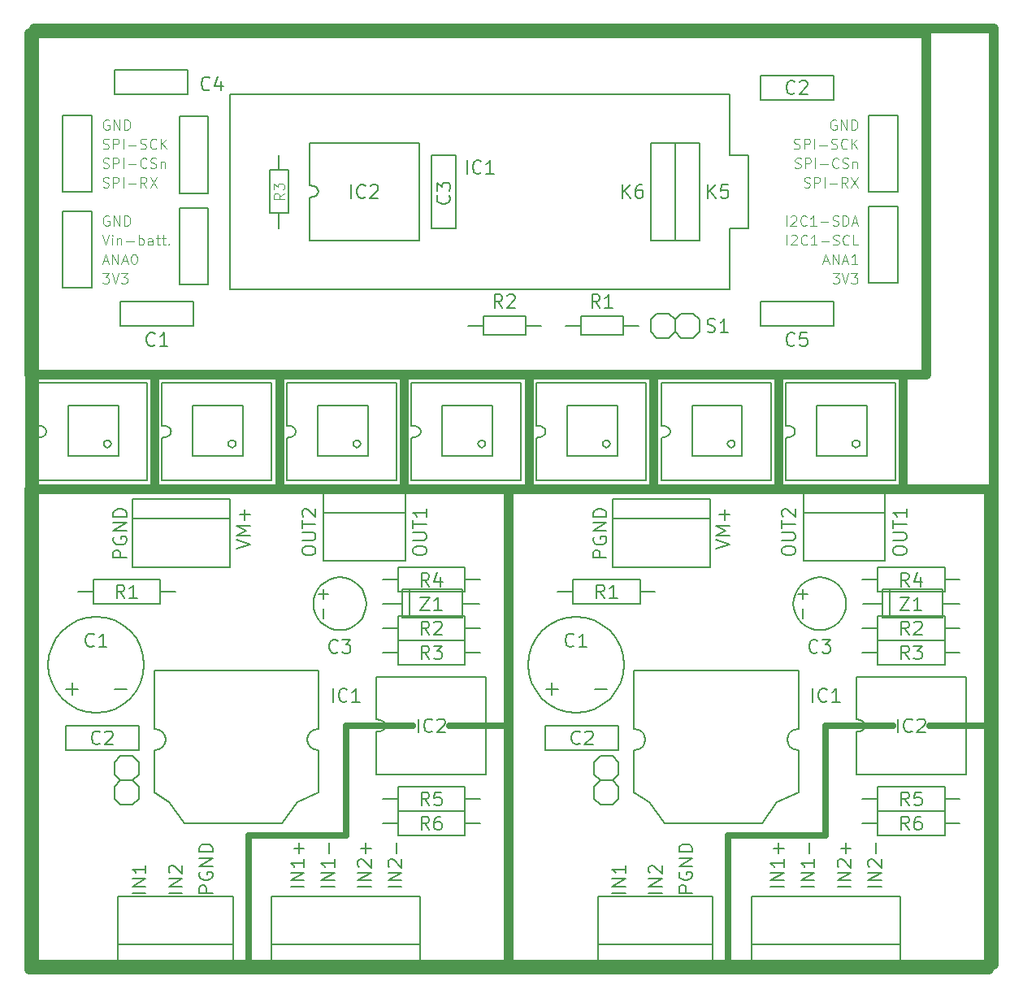
<source format=gto>
%FSLAX24Y24*%
%MOIN*%
%ADD10C,0.0040*%
%ADD11C,0.0053*%
%ADD12C,0.0069*%
%ADD13C,0.0250*%
%ADD14C,0.0374*%
%ADD15C,0.0394*%
D10*
G01X10042Y31602D02*
X10042Y31761D01*
X10062Y31800D01*
X10042Y31979D02*
X10042Y32237D01*
X10200Y32098D01*
X10062Y31800D02*
X10081Y31820D01*
X10121Y31840D01*
X10181Y31840D01*
X10220Y31820D01*
X10200Y32098D02*
X10200Y32157D01*
X10220Y32197D01*
X10220Y31820D02*
X10240Y31800D01*
X10220Y32197D02*
X10240Y32217D01*
X10240Y31800D02*
X10260Y31761D01*
X10240Y32217D02*
X10280Y32237D01*
X10260Y31761D02*
X10260Y31602D01*
X10280Y32237D02*
X10379Y32237D01*
X10419Y32217D01*
X10438Y32197D01*
X10438Y31999D02*
X10419Y31979D01*
X10438Y32197D02*
X10458Y32157D01*
X10458Y31602D02*
X10042Y31602D01*
X10458Y31840D02*
X10260Y31701D01*
X10458Y32038D02*
X10438Y31999D01*
X10458Y32157D02*
X10458Y32038D01*
X4381Y28965D02*
X4361Y28945D01*
X4381Y29303D02*
X4401Y29263D01*
X4401Y29005D02*
X4381Y28965D01*
X4401Y29263D02*
X4421Y29183D01*
X4421Y29084D02*
X4401Y29005D01*
X4421Y29183D02*
X4421Y29084D01*
X4500Y29713D02*
X4500Y30130D01*
X4500Y29971D02*
X4540Y29991D01*
X4540Y29713D02*
X4500Y29733D01*
X4540Y29991D02*
X4619Y29991D01*
X4560Y33041D02*
X4560Y33101D01*
X4580Y33180D01*
X4560Y33670D02*
X4619Y33650D01*
X4560Y33948D02*
X4560Y33987D01*
X4580Y34027D01*
X4580Y32075D02*
X4580Y32492D01*
X4738Y32492D01*
X4580Y32962D02*
X4560Y33041D01*
X4580Y33180D02*
X4600Y33220D01*
X4580Y33908D02*
X4560Y33948D01*
X4580Y34027D02*
X4600Y34047D01*
X4600Y32922D02*
X4580Y32962D01*
X4600Y33220D02*
X4639Y33259D01*
X4600Y33888D02*
X4580Y33908D01*
X4600Y34047D02*
X4639Y34067D01*
X4619Y29713D02*
X4540Y29713D01*
X4619Y29991D02*
X4659Y29971D01*
X4619Y33650D02*
X4719Y33650D01*
X4639Y32882D02*
X4600Y32922D01*
X4639Y33259D02*
X4699Y33279D01*
X4639Y33868D02*
X4600Y33888D01*
X4639Y34067D02*
X4738Y34067D01*
X4659Y29733D02*
X4619Y29713D01*
X4659Y29971D02*
X4679Y29951D01*
X4679Y29753D02*
X4659Y29733D01*
X4679Y29951D02*
X4699Y29911D01*
X4699Y29792D02*
X4679Y29753D01*
X4699Y29911D02*
X4699Y29792D01*
X4699Y32863D02*
X4639Y32882D01*
X4699Y33279D02*
X4738Y33279D01*
X4719Y33650D02*
X4758Y33670D01*
X4719Y33848D02*
X4639Y33868D01*
X4738Y32274D02*
X4580Y32274D01*
X4738Y32492D02*
X4778Y32472D01*
X4738Y32863D02*
X4699Y32863D01*
X4738Y33279D02*
X4798Y33259D01*
X4738Y34067D02*
X4798Y34047D01*
X4758Y33670D02*
X4778Y33690D01*
X4758Y33829D02*
X4719Y33848D01*
X4778Y32293D02*
X4738Y32274D01*
X4778Y32472D02*
X4798Y32452D01*
X4778Y33690D02*
X4798Y33729D01*
X4778Y33809D02*
X4758Y33829D01*
X4798Y32313D02*
X4778Y32293D01*
X4798Y32452D02*
X4818Y32412D01*
X4798Y32882D02*
X4738Y32863D01*
X4798Y33259D02*
X4818Y33240D01*
X4798Y33729D02*
X4798Y33769D01*
X4778Y33809D01*
X4818Y32075D02*
X4679Y32274D01*
X4818Y32353D02*
X4798Y32313D01*
X4818Y32412D02*
X4818Y32353D01*
X4818Y32902D02*
X4798Y32882D01*
X4858Y29772D02*
X4858Y29812D01*
X4877Y29852D01*
X4877Y29733D02*
X4858Y29772D01*
X4877Y29852D02*
X4917Y29872D01*
X4917Y29713D02*
X4877Y29733D01*
X4917Y29872D02*
X5016Y29872D01*
X4917Y29991D02*
X4877Y29971D01*
X4957Y32492D02*
X5235Y32075D01*
X4957Y33829D02*
X4957Y33888D01*
X4977Y33967D01*
X4977Y32882D02*
X5036Y32863D01*
X4977Y33160D02*
X4977Y33200D01*
X4996Y33240D01*
X4977Y33749D02*
X4957Y33829D01*
X4977Y33967D02*
X4996Y34007D01*
X4996Y29991D02*
X4917Y29991D01*
X4996Y33120D02*
X4977Y33160D01*
X4996Y33240D02*
X5016Y33259D01*
X4996Y33709D02*
X4977Y33749D01*
X4996Y34007D02*
X5036Y34047D01*
X5016Y29713D02*
X4917Y29713D01*
X5016Y29872D02*
X5056Y29891D01*
X5016Y33101D02*
X4996Y33120D01*
X5016Y33259D02*
X5056Y33279D01*
X5036Y29971D02*
X4996Y29991D01*
X5036Y32863D02*
X5135Y32863D01*
X5036Y33670D02*
X4996Y33709D01*
X5036Y34047D02*
X5096Y34067D01*
X5056Y29713D02*
X5056Y29931D01*
X5056Y29733D02*
X5016Y29713D01*
X5056Y29931D02*
X5036Y29971D01*
X5056Y33081D02*
X5016Y33101D01*
X5056Y33279D02*
X5155Y33279D01*
X5096Y33650D02*
X5036Y33670D01*
X5096Y34067D02*
X5135Y34067D01*
X5135Y32863D02*
X5175Y32882D01*
X5135Y33061D02*
X5056Y33081D01*
X5135Y33650D02*
X5096Y33650D01*
X5135Y34067D02*
X5195Y34047D01*
X5155Y33279D02*
X5215Y33259D01*
X5175Y32882D02*
X5195Y32902D01*
X5175Y33041D02*
X5135Y33061D01*
X5195Y29991D02*
X5354Y29991D01*
X5195Y32902D02*
X5215Y32942D01*
X5195Y33021D02*
X5175Y33041D01*
X5195Y33670D02*
X5135Y33650D01*
X5195Y34047D02*
X5215Y34027D01*
X5215Y32942D02*
X5215Y32982D01*
X5195Y33021D01*
X5215Y33690D02*
X5195Y33670D01*
X5235Y32492D02*
X4957Y32075D01*
X5254Y29772D02*
X5274Y29733D01*
X5254Y30130D02*
X5254Y29772D01*
X5274Y29733D02*
X5314Y29713D01*
X5354Y29713D01*
X5393Y33101D02*
X5413Y33120D01*
X5393Y33140D02*
X5393Y32863D01*
X5393Y33650D02*
X5393Y34067D01*
X5413Y33120D02*
X5453Y33140D01*
X5433Y29991D02*
X5592Y29991D01*
X5453Y33140D02*
X5512Y33140D01*
X5492Y29772D02*
X5512Y29733D01*
X5492Y30130D02*
X5492Y29772D01*
X5512Y29733D02*
X5552Y29713D01*
X5512Y33140D02*
X5552Y33120D01*
X5552Y29713D02*
X5592Y29713D01*
X5552Y33120D02*
X5572Y33081D01*
X5572Y32863D01*
X5631Y33650D02*
X5453Y33888D01*
X5631Y34067D02*
X5393Y33829D01*
X5711Y29733D02*
X5731Y29753D01*
X5731Y29713D02*
X5711Y29733D01*
X5731Y29753D02*
X5731Y29713D01*
X5731Y29753D02*
X5750Y29733D01*
X5731Y29713D01*
X2992Y28926D02*
X3131Y29342D01*
X2992Y30130D02*
X3131Y29713D01*
X3012Y28555D02*
X3270Y28555D01*
X3032Y29045D02*
X3231Y29045D01*
X3032Y30679D02*
X3052Y30600D01*
X3032Y30738D02*
X3032Y30679D01*
X3032Y32095D02*
X3092Y32075D01*
X3032Y32373D02*
X3032Y32412D01*
X3052Y32452D01*
X3032Y32882D02*
X3092Y32863D01*
X3032Y33160D02*
X3032Y33200D01*
X3052Y33240D01*
X3032Y33670D02*
X3092Y33650D01*
X3032Y33948D02*
X3032Y33987D01*
X3052Y34027D01*
X3032Y34616D02*
X3052Y34537D01*
X3032Y34675D02*
X3032Y34616D01*
X3032Y28158D02*
X3012Y28178D01*
X3052Y30600D02*
X3072Y30560D01*
X3052Y30818D02*
X3032Y30738D01*
X3052Y32333D02*
X3032Y32373D01*
X3052Y32452D02*
X3072Y32472D01*
X3052Y33120D02*
X3032Y33160D01*
X3052Y33240D02*
X3072Y33259D01*
X3052Y33908D02*
X3032Y33948D01*
X3052Y34027D02*
X3072Y34047D01*
X3052Y34537D02*
X3072Y34497D01*
X3052Y34755D02*
X3032Y34675D01*
X3072Y30560D02*
X3111Y30520D01*
X3072Y30857D02*
X3052Y30818D01*
X3072Y32313D02*
X3052Y32333D01*
X3072Y32472D02*
X3111Y32492D01*
X3072Y33101D02*
X3052Y33120D01*
X3072Y33259D02*
X3111Y33279D01*
X3072Y33888D02*
X3052Y33908D01*
X3072Y34047D02*
X3111Y34067D01*
X3072Y34497D02*
X3111Y34457D01*
X3072Y34794D02*
X3052Y34755D01*
X3072Y28138D02*
X3032Y28158D01*
X3092Y32075D02*
X3191Y32075D01*
X3092Y32863D02*
X3191Y32863D01*
X3092Y33650D02*
X3191Y33650D01*
X31059Y30500D02*
X31059Y30917D01*
X31079Y29713D02*
X31079Y30130D01*
X3111Y30520D02*
X3171Y30500D01*
X3111Y30897D02*
X3072Y30857D01*
X3111Y32293D02*
X3072Y32313D01*
X3111Y32492D02*
X3211Y32492D01*
X3111Y33081D02*
X3072Y33101D01*
X3111Y33279D02*
X3211Y33279D01*
X3111Y33868D02*
X3072Y33888D01*
X3111Y34067D02*
X3211Y34067D01*
X3111Y34457D02*
X3171Y34437D01*
X3111Y34834D02*
X3072Y34794D01*
X31218Y30500D02*
X31476Y30500D01*
X31238Y29713D02*
X31496Y29713D01*
X31238Y30877D02*
X31257Y30897D01*
X31257Y30090D02*
X31277Y30110D01*
X31257Y30897D02*
X31297Y30917D01*
X31277Y30110D02*
X31317Y30130D01*
X31297Y30917D02*
X31396Y30917D01*
X3131Y29342D02*
X3270Y28926D01*
X3131Y29713D02*
X3270Y30130D01*
X3131Y28396D02*
X3191Y28396D01*
X31317Y30130D02*
X31416Y30130D01*
X31377Y33670D02*
X31436Y33650D01*
X31377Y33948D02*
X31377Y33987D01*
X31396Y34027D01*
X31396Y30917D02*
X31436Y30897D01*
X31396Y33908D02*
X31377Y33948D01*
X31396Y34027D02*
X31416Y34047D01*
X31416Y30130D02*
X31456Y30110D01*
X31416Y32882D02*
X31476Y32863D01*
X31416Y33160D02*
X31416Y33200D01*
X31436Y33240D01*
X31416Y33888D02*
X31396Y33908D01*
X31416Y34047D02*
X31456Y34067D01*
X31436Y30897D02*
X31456Y30877D01*
X31436Y33120D02*
X31416Y33160D01*
X31436Y33240D02*
X31456Y33259D01*
X31436Y33650D02*
X31535Y33650D01*
X31456Y30110D02*
X31476Y30090D01*
X31456Y30738D02*
X31218Y30500D01*
X31456Y30877D02*
X31476Y30838D01*
X31456Y33101D02*
X31436Y33120D01*
X31456Y33259D02*
X31496Y33279D01*
X31456Y33868D02*
X31416Y33888D01*
X31456Y34067D02*
X31555Y34067D01*
X31476Y29951D02*
X31238Y29713D01*
X31476Y30090D02*
X31496Y30050D01*
X31476Y30798D02*
X31456Y30738D01*
X31476Y30838D02*
X31476Y30798D01*
X31476Y32863D02*
X31575Y32863D01*
X31496Y30011D02*
X31476Y29951D01*
X31496Y30050D02*
X31496Y30011D01*
X31496Y33081D02*
X31456Y33101D01*
X31496Y33279D02*
X31595Y33279D01*
X31535Y33650D02*
X31575Y33670D01*
X31535Y33848D02*
X31456Y33868D01*
X31555Y34067D02*
X31615Y34047D01*
X31575Y32863D02*
X31615Y32882D01*
X31575Y33061D02*
X31496Y33081D01*
X31575Y33670D02*
X31595Y33690D01*
X31575Y33829D02*
X31535Y33848D01*
X31595Y33279D02*
X31654Y33259D01*
X31595Y33690D02*
X31615Y33729D01*
X31595Y33809D02*
X31575Y33829D01*
X31615Y32882D02*
X31634Y32902D01*
X31615Y33041D02*
X31575Y33061D01*
X31615Y33729D02*
X31615Y33769D01*
X31595Y33809D01*
X31634Y30679D02*
X31634Y30738D01*
X31654Y30818D01*
X31634Y32902D02*
X31654Y32942D01*
X31634Y33021D02*
X31615Y33041D01*
X31654Y29891D02*
X31654Y29951D01*
X31674Y30030D01*
X31654Y30600D02*
X31634Y30679D01*
X31654Y30818D02*
X31674Y30857D01*
X31654Y32942D02*
X31654Y32982D01*
X31634Y33021D01*
X31674Y29812D02*
X31654Y29891D01*
X31674Y30030D02*
X31694Y30070D01*
X31674Y30560D02*
X31654Y30600D01*
X31674Y30857D02*
X31714Y30897D01*
X31694Y29772D02*
X31674Y29812D01*
X31694Y30070D02*
X31734Y30110D01*
X3171Y30500D02*
X3211Y30500D01*
X3171Y30917D02*
X3111Y30897D01*
X3171Y34437D02*
X3211Y34437D01*
X3171Y34854D02*
X3111Y34834D01*
X31714Y30520D02*
X31674Y30560D01*
X31714Y30897D02*
X31773Y30917D01*
X31734Y29733D02*
X31694Y29772D01*
X31734Y30110D02*
X31793Y30130D01*
X31773Y30500D02*
X31714Y30520D01*
X31773Y30917D02*
X31813Y30917D01*
X31793Y29713D02*
X31734Y29733D01*
X31793Y30130D02*
X31833Y30130D01*
X31793Y32095D02*
X31853Y32075D01*
X31793Y32373D02*
X31793Y32412D01*
X31813Y32452D01*
X31793Y33650D02*
X31793Y34067D01*
X31952Y34067D01*
X31813Y30500D02*
X31773Y30500D01*
X31813Y30917D02*
X31873Y30897D01*
X31813Y32333D02*
X31793Y32373D01*
X31813Y32452D02*
X31833Y32472D01*
X31833Y29713D02*
X31793Y29713D01*
X31833Y30130D02*
X31892Y30110D01*
X31833Y32313D02*
X31813Y32333D01*
X31833Y32472D02*
X31873Y32492D01*
X31833Y32863D02*
X31833Y33279D01*
X31992Y33279D01*
X31853Y32075D02*
X31952Y32075D01*
X31873Y30520D02*
X31813Y30500D01*
X31873Y30897D02*
X31892Y30877D01*
X31873Y32293D02*
X31833Y32313D01*
X31873Y32492D02*
X31972Y32492D01*
X31892Y29733D02*
X31833Y29713D01*
X31892Y30110D02*
X31912Y30090D01*
X31892Y30540D02*
X31873Y30520D01*
X3191Y32075D02*
X3231Y32095D01*
X3191Y32274D02*
X3111Y32293D01*
X3191Y32863D02*
X3231Y32882D01*
X3191Y33061D02*
X3111Y33081D01*
X3191Y33650D02*
X3231Y33670D01*
X3191Y33848D02*
X3111Y33868D01*
X3191Y28138D02*
X3072Y28138D01*
X3191Y28396D02*
X3231Y28376D01*
X31912Y29753D02*
X31892Y29733D01*
X31952Y32075D02*
X31992Y32095D01*
X31952Y32274D02*
X31873Y32293D01*
X31952Y33848D02*
X31793Y33848D01*
X31952Y34067D02*
X31992Y34047D01*
X31972Y32492D02*
X32031Y32472D01*
X31992Y32095D02*
X32011Y32115D01*
X31992Y32254D02*
X31952Y32274D01*
X31992Y33061D02*
X31833Y33061D01*
X31992Y33279D02*
X32031Y33259D01*
X31992Y33868D02*
X31952Y33848D01*
X31992Y34047D02*
X32011Y34027D01*
X32011Y32115D02*
X32031Y32154D01*
X32011Y32234D02*
X31992Y32254D01*
X32011Y33888D02*
X31992Y33868D01*
X32011Y34027D02*
X32031Y33987D01*
X32031Y32154D02*
X32031Y32194D01*
X32011Y32234D01*
X32031Y33081D02*
X31992Y33061D01*
X32031Y33259D02*
X32051Y33240D01*
X32031Y33928D02*
X32011Y33888D01*
X32031Y33987D02*
X32031Y33928D01*
X32051Y33101D02*
X32031Y33081D01*
X32051Y33240D02*
X32071Y33200D01*
X32071Y33140D02*
X32051Y33101D01*
X32071Y33200D02*
X32071Y33140D01*
X32091Y30818D02*
X32051Y30798D01*
X3211Y30500D02*
X3270Y30520D01*
X3211Y32492D02*
X3270Y32472D01*
X3211Y33279D02*
X3270Y33259D01*
X3211Y34067D02*
X3270Y34047D01*
X3211Y34437D02*
X3270Y34457D01*
X32111Y30030D02*
X32071Y30011D01*
X32131Y30857D02*
X32091Y30818D01*
X32150Y30070D02*
X32111Y30030D01*
X32170Y30500D02*
X32170Y30917D01*
X32131Y30857D01*
X32190Y29713D02*
X32190Y30130D01*
X32150Y30070D01*
X32210Y32075D02*
X32210Y32492D01*
X32369Y32492D01*
X32210Y33650D02*
X32210Y34067D01*
X32250Y32863D02*
X32250Y33279D01*
X32289Y30500D02*
X32051Y30500D01*
X3231Y30917D02*
X3171Y30917D01*
X3231Y32095D02*
X3250Y32115D01*
X3231Y32254D02*
X3191Y32274D01*
X3231Y32882D02*
X3250Y32902D01*
X3231Y33041D02*
X3191Y33061D01*
X3231Y33670D02*
X3250Y33690D01*
X3231Y33829D02*
X3191Y33848D01*
X3231Y34854D02*
X3171Y34854D01*
X3231Y28158D02*
X3191Y28138D01*
X3231Y28376D02*
X3250Y28356D01*
X32309Y29713D02*
X32071Y29713D01*
X32369Y32274D02*
X32210Y32274D01*
X32369Y32492D02*
X32408Y32472D01*
X32408Y32293D02*
X32369Y32274D01*
X32408Y32472D02*
X32428Y32452D01*
X32408Y33809D02*
X32726Y33809D01*
X32428Y32313D02*
X32408Y32293D01*
X32428Y32452D02*
X32448Y32412D01*
X32448Y32353D02*
X32428Y32313D01*
X32448Y32412D02*
X32448Y32353D01*
X32448Y33021D02*
X32765Y33021D01*
X32468Y30659D02*
X32785Y30659D01*
X32488Y29872D02*
X32805Y29872D01*
X3250Y32115D02*
X3270Y32154D01*
X3250Y32234D02*
X3231Y32254D01*
X3250Y32902D02*
X3270Y32942D01*
X3250Y33021D02*
X3231Y33041D01*
X3250Y33690D02*
X3270Y33729D01*
X3250Y33809D02*
X3231Y33829D01*
X3250Y28178D02*
X3231Y28158D01*
X3250Y28356D02*
X3270Y28317D01*
X32547Y28926D02*
X32686Y29342D01*
X32587Y29045D02*
X32785Y29045D01*
X32627Y32075D02*
X32627Y32492D01*
X32686Y29342D02*
X32825Y28926D01*
X3270Y30520D02*
X3290Y30540D01*
X3270Y30897D02*
X3231Y30917D01*
X3270Y32154D02*
X3270Y32194D01*
X3250Y32234D01*
X3270Y32942D02*
X3270Y32982D01*
X3250Y33021D01*
X3270Y33729D02*
X3270Y33769D01*
X3250Y33809D01*
X3270Y34457D02*
X3290Y34477D01*
X3270Y34834D02*
X3231Y34854D01*
X3270Y28217D02*
X3250Y28178D01*
X3270Y28317D02*
X3270Y28217D01*
X3270Y28555D02*
X3131Y28396D01*
X32825Y32234D02*
X33142Y32234D01*
X32865Y34616D02*
X32884Y34537D01*
X32865Y34675D02*
X32865Y34616D01*
X32884Y34537D02*
X32904Y34497D01*
X32884Y34755D02*
X32865Y34675D01*
X3290Y30540D02*
X3290Y30679D01*
X3211Y30679D01*
X3290Y34477D02*
X3290Y34616D01*
X3211Y34616D01*
X32904Y33670D02*
X32964Y33650D01*
X32904Y33948D02*
X32904Y33987D01*
X32924Y34027D01*
X32904Y34497D02*
X32944Y34457D01*
X32904Y34794D02*
X32884Y34755D01*
X32924Y33908D02*
X32904Y33948D01*
X32924Y34027D02*
X32944Y34047D01*
X32944Y33041D02*
X32944Y33101D01*
X32964Y33180D01*
X32944Y33888D02*
X32924Y33908D01*
X32944Y34047D02*
X32984Y34067D01*
X32944Y34457D02*
X33004Y34437D01*
X32944Y34834D02*
X32904Y34794D01*
X32964Y28926D02*
X32964Y29342D01*
X33202Y28926D01*
X32964Y30520D02*
X33023Y30500D01*
X32964Y30798D02*
X32964Y30838D01*
X32984Y30877D01*
X32964Y32962D02*
X32944Y33041D01*
X32964Y33180D02*
X32984Y33220D01*
X32964Y33650D02*
X33063Y33650D01*
X32964Y28555D02*
X33222Y28555D01*
X32984Y29733D02*
X33043Y29713D01*
X32984Y30011D02*
X32984Y30050D01*
X33004Y30090D01*
X32984Y30758D02*
X32964Y30798D01*
X32984Y30877D02*
X33004Y30897D01*
X32984Y32922D02*
X32964Y32962D01*
X32984Y33220D02*
X33023Y33259D01*
X32984Y33868D02*
X32944Y33888D01*
X32984Y34067D02*
X33083Y34067D01*
X32984Y28158D02*
X32964Y28178D01*
X33004Y29971D02*
X32984Y30011D01*
X33004Y30090D02*
X33023Y30110D01*
X33004Y30738D02*
X32984Y30758D01*
X33004Y30897D02*
X33043Y30917D01*
X33004Y34437D02*
X33043Y34437D01*
X33004Y34854D02*
X32944Y34834D01*
X33023Y29951D02*
X33004Y29971D01*
X33023Y30110D02*
X33063Y30130D01*
X33023Y30500D02*
X33123Y30500D01*
X33023Y32882D02*
X32984Y32922D01*
X33023Y33259D02*
X33083Y33279D01*
X33023Y28138D02*
X32984Y28158D01*
X33043Y29713D02*
X33142Y29713D01*
X33043Y30719D02*
X33004Y30738D01*
X33043Y30917D02*
X33142Y30917D01*
X33043Y34437D02*
X33103Y34457D01*
X33063Y29931D02*
X33023Y29951D01*
X33063Y30130D02*
X33162Y30130D01*
X33063Y33650D02*
X33103Y33670D01*
X33063Y33848D02*
X32984Y33868D01*
X33063Y34854D02*
X33004Y34854D01*
X33083Y32863D02*
X33023Y32882D01*
X33083Y33279D02*
X33123Y33279D01*
X33083Y34067D02*
X33142Y34047D01*
X33083Y28396D02*
X33142Y28396D01*
X33103Y33670D02*
X33123Y33690D01*
X33103Y33829D02*
X33063Y33848D01*
X33103Y34457D02*
X33123Y34477D01*
X33103Y34834D02*
X33063Y34854D01*
X33123Y30500D02*
X33162Y30520D01*
X33123Y30699D02*
X33043Y30719D01*
X33123Y32863D02*
X33083Y32863D01*
X33123Y33279D02*
X33182Y33259D01*
X33123Y33690D02*
X33142Y33729D01*
X33123Y33809D02*
X33103Y33829D01*
X33123Y34477D02*
X33123Y34616D01*
X33043Y34616D01*
X33142Y29713D02*
X33182Y29733D01*
X33142Y29911D02*
X33063Y29931D01*
X33142Y30917D02*
X33202Y30897D01*
X33142Y33729D02*
X33142Y33769D01*
X33123Y33809D01*
X33142Y28138D02*
X33023Y28138D01*
X33142Y28396D02*
X33182Y28376D01*
X33162Y30130D02*
X33222Y30110D01*
X33162Y30520D02*
X33182Y30540D01*
X33162Y30679D02*
X33123Y30699D01*
X33182Y29733D02*
X33202Y29753D01*
X33182Y29891D02*
X33142Y29911D01*
X33182Y30540D02*
X33202Y30580D01*
X33182Y30659D02*
X33162Y30679D01*
X33182Y32882D02*
X33123Y32863D01*
X33182Y33259D02*
X33202Y33240D01*
X33182Y28158D02*
X33142Y28138D01*
X33182Y28376D02*
X33202Y28356D01*
X33202Y28926D02*
X33202Y29342D01*
X33202Y29753D02*
X33222Y29792D01*
X33202Y29872D02*
X33182Y29891D01*
X33202Y30580D02*
X33202Y30619D01*
X33182Y30659D01*
X33202Y32902D02*
X33182Y32882D01*
X33202Y28178D02*
X33182Y28158D01*
X33202Y28356D02*
X33222Y28317D01*
X33222Y29792D02*
X33222Y29832D01*
X33202Y29872D01*
X33222Y28217D02*
X33202Y28178D01*
X33222Y28317D02*
X33222Y28217D01*
X33222Y28555D02*
X33083Y28396D01*
X33301Y33829D02*
X33301Y33888D01*
X33321Y33967D01*
X33301Y34437D02*
X33301Y34854D01*
X33539Y34437D01*
X33321Y33749D02*
X33301Y33829D01*
X33321Y33967D02*
X33341Y34007D01*
X33341Y28926D02*
X33480Y29342D01*
X33341Y32075D02*
X33341Y32492D01*
X33500Y32492D01*
X33341Y33709D02*
X33321Y33749D01*
X33341Y34007D02*
X33381Y34047D01*
X33341Y28555D02*
X33480Y28138D01*
X33361Y32882D02*
X33420Y32863D01*
X33361Y33160D02*
X33361Y33200D01*
X33381Y33240D01*
X33381Y29045D02*
X33579Y29045D01*
X33381Y29891D02*
X33381Y29951D01*
X33400Y30030D01*
X33381Y30500D02*
X33381Y30917D01*
X33480Y30917D01*
X33381Y33120D02*
X33361Y33160D01*
X33381Y33240D02*
X33400Y33259D01*
X33381Y33670D02*
X33341Y33709D01*
X33381Y34047D02*
X33440Y34067D01*
X33400Y29812D02*
X33381Y29891D01*
X33400Y30030D02*
X33420Y30070D01*
X33400Y33101D02*
X33381Y33120D01*
X33400Y33259D02*
X33440Y33279D01*
X33420Y29772D02*
X33400Y29812D01*
X33420Y30070D02*
X33460Y30110D01*
X33420Y32863D02*
X33519Y32863D01*
X33440Y33081D02*
X33400Y33101D01*
X33440Y33279D02*
X33539Y33279D01*
X33440Y33650D02*
X33381Y33670D01*
X33440Y34067D02*
X33480Y34067D01*
X33460Y29733D02*
X33420Y29772D01*
X33460Y30110D02*
X33519Y30130D01*
X33480Y29342D02*
X33619Y28926D01*
X33480Y30500D02*
X33381Y30500D01*
X33480Y30917D02*
X33539Y30897D01*
X33480Y33650D02*
X33440Y33650D01*
X33480Y34067D02*
X33539Y34047D01*
X33480Y28138D02*
X33619Y28555D01*
X33500Y32274D02*
X33341Y32274D01*
X33500Y32492D02*
X33539Y32472D01*
X33519Y29713D02*
X33460Y29733D01*
X33519Y30130D02*
X33559Y30130D01*
X33519Y32863D02*
X33559Y32882D01*
X33519Y33061D02*
X33440Y33081D01*
X33539Y30520D02*
X33480Y30500D01*
X33539Y30897D02*
X33579Y30857D01*
X33539Y32293D02*
X33500Y32274D01*
X33539Y32472D02*
X33559Y32452D01*
X33539Y33279D02*
X33599Y33259D01*
X33539Y33670D02*
X33480Y33650D01*
X33539Y34047D02*
X33559Y34027D01*
X33539Y34437D02*
X33539Y34854D01*
X33559Y29713D02*
X33519Y29713D01*
X33559Y30130D02*
X33619Y30110D01*
X33559Y32313D02*
X33539Y32293D01*
X33559Y32452D02*
X33579Y32412D01*
X33559Y32882D02*
X33579Y32902D01*
X33559Y33041D02*
X33519Y33061D01*
X33559Y33690D02*
X33539Y33670D01*
X33579Y30560D02*
X33539Y30520D01*
X33579Y30857D02*
X33599Y30818D01*
X33579Y32075D02*
X33440Y32274D01*
X33579Y32353D02*
X33559Y32313D01*
X33579Y32412D02*
X33579Y32353D01*
X33579Y32902D02*
X33599Y32942D01*
X33579Y33021D02*
X33559Y33041D01*
X33599Y30600D02*
X33579Y30560D01*
X33599Y30818D02*
X33619Y30738D01*
X33599Y32942D02*
X33599Y32982D01*
X33579Y33021D01*
X33619Y29733D02*
X33559Y29713D01*
X33619Y30110D02*
X33638Y30090D01*
X33619Y30679D02*
X33599Y30600D01*
X33619Y30738D02*
X33619Y30679D01*
X33638Y29753D02*
X33619Y29733D01*
X33718Y32492D02*
X33996Y32075D01*
X33718Y28555D02*
X33976Y28555D01*
X33738Y30500D02*
X33877Y30917D01*
X33738Y33650D02*
X33738Y34067D01*
X33738Y34437D02*
X33738Y34854D01*
X33837Y34854D01*
X33738Y28158D02*
X33718Y28178D01*
X33777Y29243D02*
X33738Y29223D01*
X33777Y30619D02*
X33976Y30619D01*
X33777Y33101D02*
X33797Y33120D01*
X33777Y33140D02*
X33777Y32863D01*
X33777Y28138D02*
X33738Y28158D01*
X33797Y33120D02*
X33837Y33140D01*
X33817Y29283D02*
X33777Y29243D01*
X33817Y29713D02*
X33817Y30130D01*
X33837Y33140D02*
X33896Y33140D01*
X33837Y34437D02*
X33738Y34437D01*
X33837Y34854D02*
X33896Y34834D01*
X33837Y28396D02*
X33896Y28396D01*
X33857Y28926D02*
X33857Y29342D01*
X33817Y29283D01*
X33877Y30917D02*
X34015Y30500D01*
X3389Y30110D02*
X3409Y30090D01*
X3389Y28555D02*
X3528Y28138D01*
X33896Y33140D02*
X33936Y33120D01*
X33896Y34457D02*
X33837Y34437D01*
X33896Y34834D02*
X33936Y34794D01*
X33896Y28138D02*
X33777Y28138D01*
X33896Y28396D02*
X33936Y28376D01*
X33936Y33120D02*
X33956Y33081D01*
X33936Y34497D02*
X33896Y34457D01*
X33936Y34794D02*
X33956Y34755D01*
X33936Y28158D02*
X33896Y28138D01*
X33936Y28376D02*
X33956Y28356D01*
X33956Y33081D02*
X33956Y32863D01*
X33956Y34537D02*
X33936Y34497D01*
X33956Y34755D02*
X33976Y34675D01*
X33956Y28178D02*
X33936Y28158D01*
X33956Y28356D02*
X33976Y28317D01*
X33976Y28926D02*
X33738Y28926D01*
X33976Y33650D02*
X33797Y33888D01*
X33976Y34067D02*
X33738Y33829D01*
X33976Y34616D02*
X33956Y34537D01*
X33976Y34675D02*
X33976Y34616D01*
X33976Y28217D02*
X33956Y28178D01*
X33976Y28317D02*
X33976Y28217D01*
X33976Y28555D02*
X33837Y28396D01*
X33996Y32492D02*
X33718Y32075D01*
X34015Y29713D02*
X33817Y29713D01*
X3409Y28926D02*
X3409Y29342D01*
X3647Y28926D01*
X3409Y29713D02*
X3409Y29991D01*
X3409Y30090D02*
X3429Y30110D01*
X3409Y30130D02*
X3389Y30110D01*
X3409Y30130D02*
X3409Y30090D01*
X3429Y30110D02*
X3409Y30130D01*
X3449Y32075D02*
X3449Y32492D01*
X3608Y32492D01*
X3449Y32863D02*
X3449Y33279D01*
X3608Y33279D01*
X3449Y33650D02*
X3449Y34067D01*
X3608Y34067D01*
X3469Y30500D02*
X3469Y30917D01*
X3707Y30500D01*
X3469Y34437D02*
X3469Y34854D01*
X3707Y34437D01*
X3528Y28138D02*
X3667Y28555D01*
X3608Y29951D02*
X3627Y29971D01*
X3608Y29991D02*
X3608Y29713D01*
X3608Y32274D02*
X3449Y32274D01*
X3608Y32492D02*
X3647Y32472D01*
X3608Y33061D02*
X3449Y33061D01*
X3608Y33279D02*
X3647Y33259D01*
X3608Y33848D02*
X3449Y33848D01*
X3608Y34067D02*
X3647Y34047D01*
X3627Y29971D02*
X3667Y29991D01*
X3647Y28926D02*
X3647Y29342D01*
X3647Y32293D02*
X3608Y32274D01*
X3647Y32472D02*
X3667Y32452D01*
X3647Y33081D02*
X3608Y33061D01*
X3647Y33259D02*
X3667Y33240D01*
X3647Y33868D02*
X3608Y33848D01*
X3647Y34047D02*
X3667Y34027D01*
X3667Y29991D02*
X3727Y29991D01*
X3667Y32313D02*
X3647Y32293D01*
X3667Y32452D02*
X3687Y32412D01*
X3667Y33101D02*
X3647Y33081D01*
X3667Y33240D02*
X3687Y33200D01*
X3667Y33888D02*
X3647Y33868D01*
X3667Y34027D02*
X3687Y33987D01*
X3687Y32353D02*
X3667Y32313D01*
X3687Y32412D02*
X3687Y32353D01*
X3687Y33140D02*
X3667Y33101D01*
X3687Y33200D02*
X3687Y33140D01*
X3687Y33928D02*
X3667Y33888D01*
X3687Y33987D02*
X3687Y33928D01*
X3707Y30500D02*
X3707Y30917D01*
X3707Y34437D02*
X3707Y34854D01*
X3727Y29991D02*
X3766Y29971D01*
X3786Y29931D01*
X3766Y28555D02*
X4024Y28555D01*
X3786Y28926D02*
X3925Y29342D01*
X3786Y29931D02*
X3786Y29713D01*
X3786Y28158D02*
X3766Y28178D01*
X3826Y29045D02*
X4024Y29045D01*
X3826Y28138D02*
X3786Y28158D01*
X3865Y32075D02*
X3865Y32492D01*
X3865Y32863D02*
X3865Y33279D01*
X3865Y33650D02*
X3865Y34067D01*
X3885Y28396D02*
X3945Y28396D01*
X3905Y30500D02*
X3905Y30917D01*
X4004Y30917D01*
X3905Y34437D02*
X3905Y34854D01*
X4004Y34854D01*
X3925Y29342D02*
X4064Y28926D01*
X3945Y28138D02*
X3826Y28138D01*
X3945Y28396D02*
X3985Y28376D01*
X3985Y29872D02*
X4302Y29872D01*
X3985Y28158D02*
X3945Y28138D01*
X3985Y28376D02*
X4004Y28356D01*
X4004Y30500D02*
X3905Y30500D01*
X4004Y30917D02*
X4064Y30897D01*
X4004Y34437D02*
X3905Y34437D01*
X4004Y34854D02*
X4064Y34834D01*
X4004Y28178D02*
X3985Y28158D01*
X4004Y28356D02*
X4024Y28317D01*
X4024Y28217D02*
X4004Y28178D01*
X4024Y28317D02*
X4024Y28217D01*
X4024Y28555D02*
X3885Y28396D01*
X4064Y30520D02*
X4004Y30500D01*
X4064Y30897D02*
X4104Y30857D01*
X4064Y32234D02*
X4381Y32234D01*
X4064Y33021D02*
X4381Y33021D01*
X4064Y33809D02*
X4381Y33809D01*
X4064Y34457D02*
X4004Y34437D01*
X4064Y34834D02*
X4104Y34794D01*
X4104Y30560D02*
X4064Y30520D01*
X4104Y30857D02*
X4123Y30818D01*
X4104Y34497D02*
X4064Y34457D01*
X4104Y34794D02*
X4123Y34755D01*
X4123Y30600D02*
X4104Y30560D01*
X4123Y30818D02*
X4143Y30738D01*
X4123Y34537D02*
X4104Y34497D01*
X4123Y34755D02*
X4143Y34675D01*
X4143Y30679D02*
X4123Y30600D01*
X4143Y30738D02*
X4143Y30679D01*
X4143Y34616D02*
X4123Y34537D01*
X4143Y34675D02*
X4143Y34616D01*
X4183Y29084D02*
X4183Y29183D01*
X4203Y29263D01*
X4203Y29005D02*
X4183Y29084D01*
X4203Y29263D02*
X4223Y29303D01*
X4223Y28965D02*
X4203Y29005D01*
X4223Y29303D02*
X4242Y29322D01*
X4242Y28945D02*
X4223Y28965D01*
X4242Y29322D02*
X4282Y29342D01*
X4282Y28926D02*
X4242Y28945D01*
X4282Y29342D02*
X4322Y29342D01*
X4322Y28926D02*
X4282Y28926D01*
X4322Y29342D02*
X4361Y29322D01*
X4361Y28945D02*
X4322Y28926D01*
X4361Y29322D02*
X4381Y29303D01*
D11*
G01X4437Y15222D02*
X4119Y15222D01*
X12313Y13210D02*
X12313Y13290D01*
X12340Y13395D01*
X12340Y13104D02*
X12313Y13210D01*
X12340Y13395D02*
X12366Y13448D01*
X12366Y13052D02*
X12340Y13104D01*
X12366Y13448D02*
X12419Y13501D01*
X12419Y12999D02*
X12366Y13052D01*
X12419Y13501D02*
X12499Y13528D01*
X12458Y10972D02*
X12458Y11528D01*
X12499Y12972D02*
X12419Y12999D01*
X12499Y13528D02*
X12552Y13528D01*
X12552Y12972D02*
X12499Y12972D01*
X12552Y13528D02*
X12631Y13501D01*
X12631Y12999D02*
X12552Y12972D01*
X12631Y13501D02*
X12657Y13475D01*
X12657Y13025D02*
X12631Y12999D01*
X12696Y11210D02*
X12696Y11290D01*
X12722Y11395D01*
X12722Y11104D02*
X12696Y11210D01*
X12722Y11395D02*
X12749Y11448D01*
X12749Y11052D02*
X12722Y11104D01*
X12749Y11448D02*
X12802Y11501D01*
X12802Y10999D02*
X12749Y11052D01*
X12802Y11501D02*
X12881Y11528D01*
X12843Y13528D02*
X13187Y13528D01*
X12869Y12999D02*
X12843Y13025D01*
X12881Y10972D02*
X12802Y10999D01*
X12881Y11528D02*
X12934Y11528D01*
X12922Y12972D02*
X12869Y12999D01*
X12934Y10972D02*
X12881Y10972D01*
X12934Y11528D02*
X13013Y11501D01*
X13001Y13316D02*
X13081Y13316D01*
X13013Y10999D02*
X12934Y10972D01*
X13013Y11501D02*
X13040Y11475D01*
X13040Y11025D02*
X13013Y10999D01*
X13081Y12972D02*
X12922Y12972D01*
X13081Y13316D02*
X13134Y13290D01*
X13134Y12999D02*
X13081Y12972D01*
X13134Y13290D02*
X13160Y13263D01*
X13160Y13025D02*
X13134Y12999D01*
X13160Y13263D02*
X13187Y13210D01*
X13187Y13078D02*
X13160Y13025D01*
X13187Y13210D02*
X13187Y13078D01*
X13187Y13528D02*
X13001Y13316D01*
X13304Y11395D02*
X13251Y11369D01*
X13357Y11448D02*
X13304Y11395D01*
X13410Y10972D02*
X13410Y11528D01*
X13357Y11448D01*
X13569Y10972D02*
X13251Y10972D01*
X15958Y9722D02*
X15958Y10278D01*
X16050Y14722D02*
X16421Y14722D01*
X16050Y15278D02*
X16421Y15278D01*
X16090Y5722D02*
X16090Y6278D01*
X16302Y6278D01*
X16090Y6722D02*
X16090Y7278D01*
X16302Y7278D01*
X16090Y12722D02*
X16090Y13278D01*
X16302Y13278D01*
X16090Y13722D02*
X16090Y14278D01*
X16302Y14278D01*
X16090Y15709D02*
X16090Y16265D01*
X16302Y16265D01*
X16196Y9960D02*
X16196Y10040D01*
X16222Y10145D01*
X16222Y9854D02*
X16196Y9960D01*
X16222Y10145D02*
X16249Y10198D01*
X16249Y9802D02*
X16222Y9854D01*
X16249Y10198D02*
X16302Y10251D01*
X16302Y5987D02*
X16090Y5987D01*
X16302Y6278D02*
X16354Y6251D01*
X16302Y6987D02*
X16090Y6987D01*
X16302Y7278D02*
X16354Y7251D01*
X16302Y9749D02*
X16249Y9802D01*
X16302Y10251D02*
X16381Y10278D01*
X16302Y12987D02*
X16090Y12987D01*
X16302Y13278D02*
X16354Y13251D01*
X16302Y13987D02*
X16090Y13987D01*
X16302Y14278D02*
X16354Y14251D01*
X16302Y15974D02*
X16090Y15974D01*
X16302Y16265D02*
X16354Y16238D01*
X16354Y6013D02*
X16302Y5987D01*
X16354Y6251D02*
X16381Y6225D01*
X16354Y7013D02*
X16302Y6987D01*
X16354Y7251D02*
X16381Y7225D01*
X16354Y13013D02*
X16302Y12987D01*
X16354Y13251D02*
X16381Y13225D01*
X16354Y14013D02*
X16302Y13987D01*
X16354Y14251D02*
X16381Y14225D01*
X16354Y16000D02*
X16302Y15974D01*
X16354Y16238D02*
X16381Y16212D01*
X16381Y6040D02*
X16354Y6013D01*
X16381Y6225D02*
X16407Y6172D01*
X16381Y7040D02*
X16354Y7013D01*
X16381Y7225D02*
X16407Y7172D01*
X16381Y9722D02*
X16302Y9749D01*
X16381Y10278D02*
X16434Y10278D01*
X16381Y13040D02*
X16354Y13013D01*
X16381Y13225D02*
X16407Y13172D01*
X16381Y14040D02*
X16354Y14013D01*
X16381Y14225D02*
X16407Y14172D01*
X16381Y16026D02*
X16354Y16000D01*
X16381Y16212D02*
X16407Y16159D01*
X16407Y5722D02*
X16222Y5987D01*
X16407Y6093D02*
X16381Y6040D01*
X16407Y6172D02*
X16407Y6093D01*
X16407Y6722D02*
X16222Y6987D01*
X16407Y7093D02*
X16381Y7040D01*
X16407Y7172D02*
X16407Y7093D01*
X16407Y12722D02*
X16222Y12987D01*
X16407Y13093D02*
X16381Y13040D01*
X16407Y13172D02*
X16407Y13093D01*
X16407Y13722D02*
X16222Y13987D01*
X16407Y14093D02*
X16381Y14040D01*
X16407Y14172D02*
X16407Y14093D01*
X16407Y15709D02*
X16222Y15974D01*
X16407Y16079D02*
X16381Y16026D01*
X16407Y16159D02*
X16407Y16079D01*
X16421Y15278D02*
X16050Y14722D01*
X16434Y9722D02*
X16381Y9722D01*
X16434Y10278D02*
X16513Y10251D01*
X16513Y9749D02*
X16434Y9722D01*
X16513Y10251D02*
X16540Y10225D01*
X16540Y9775D02*
X16513Y9749D01*
X16593Y13278D02*
X16937Y13278D01*
X16593Y13722D02*
X16937Y13722D01*
X16619Y5828D02*
X16645Y5775D01*
X16619Y6040D02*
X16619Y5828D01*
X16619Y7013D02*
X16645Y7040D01*
X16619Y12749D02*
X16593Y12775D01*
X16619Y14225D02*
X16645Y14251D01*
X16619Y15894D02*
X16963Y15894D01*
X16645Y5775D02*
X16672Y5749D01*
X16645Y6013D02*
X16619Y5960D01*
X16645Y6145D02*
X16619Y6040D01*
X16645Y6749D02*
X16619Y6775D01*
X16645Y7040D02*
X16698Y7066D01*
X16645Y7278D02*
X16619Y7013D01*
X16645Y14251D02*
X16698Y14278D01*
X16659Y15145D02*
X16606Y15119D01*
X16672Y5749D02*
X16725Y5722D01*
X16672Y6040D02*
X16645Y6013D01*
X16672Y12722D02*
X16619Y12749D01*
X16698Y6225D02*
X16645Y6145D01*
X16698Y6722D02*
X16645Y6749D01*
X16698Y7066D02*
X16831Y7066D01*
X16698Y14278D02*
X16831Y14278D01*
X16712Y15198D02*
X16659Y15145D01*
X16725Y5722D02*
X16831Y5722D01*
X16725Y6066D02*
X16672Y6040D01*
X16725Y6251D02*
X16698Y6225D01*
X16725Y9722D02*
X17069Y9722D01*
X16751Y10225D02*
X16778Y10251D01*
X16751Y13066D02*
X16831Y13066D01*
X16751Y16291D02*
X16619Y15894D01*
X16765Y14722D02*
X16765Y15278D01*
X16712Y15198D01*
X16778Y6278D02*
X16725Y6251D01*
X16778Y10251D02*
X16831Y10278D01*
X16831Y5722D02*
X16884Y5749D01*
X16831Y6066D02*
X16725Y6066D01*
X16831Y6722D02*
X16698Y6722D01*
X16831Y7066D02*
X16884Y7040D01*
X16831Y10278D02*
X16963Y10278D01*
X16831Y12722D02*
X16672Y12722D01*
X16831Y13066D02*
X16884Y13040D01*
X16831Y14278D02*
X16884Y14251D01*
X16884Y5749D02*
X16910Y5775D01*
X16884Y6040D02*
X16831Y6066D01*
X16884Y6278D02*
X16778Y6278D01*
X16884Y6749D02*
X16831Y6722D01*
X16884Y7040D02*
X16910Y7013D01*
X16884Y12749D02*
X16831Y12722D01*
X16884Y13040D02*
X16910Y13013D01*
X16884Y14251D02*
X16910Y14225D01*
X16884Y16079D02*
X16884Y15709D01*
X16910Y5775D02*
X16937Y5828D01*
X16910Y6013D02*
X16884Y6040D01*
X16910Y6775D02*
X16884Y6749D01*
X16910Y7013D02*
X16937Y6960D01*
X16910Y7278D02*
X16645Y7278D01*
X16910Y12775D02*
X16884Y12749D01*
X16910Y13013D02*
X16937Y12960D01*
X16910Y14040D02*
X16593Y13722D01*
X16910Y14225D02*
X16937Y14172D01*
X16923Y14722D02*
X16606Y14722D01*
X16937Y5828D02*
X16937Y5960D01*
X16910Y6013D01*
X16937Y6828D02*
X16910Y6775D01*
X16937Y6960D02*
X16937Y6828D01*
X16937Y12828D02*
X16910Y12775D01*
X16937Y12960D02*
X16937Y12828D01*
X16937Y13278D02*
X16751Y13066D01*
X16937Y14119D02*
X16910Y14040D01*
X16937Y14172D02*
X16937Y14119D01*
X16963Y10278D02*
X17016Y10251D01*
X17042Y10225D01*
X17042Y10040D02*
X16725Y9722D01*
X17042Y10225D02*
X17069Y10172D01*
X17069Y10119D02*
X17042Y10040D01*
X17069Y10172D02*
X17069Y10119D01*
X2313Y13460D02*
X2313Y13540D01*
X2340Y13645D01*
X2340Y13354D02*
X2313Y13460D01*
X2340Y13645D02*
X2366Y13698D01*
X2366Y13302D02*
X2340Y13354D01*
X2366Y13698D02*
X2419Y13751D01*
X2419Y13249D02*
X2366Y13302D01*
X2419Y13751D02*
X2499Y13778D01*
X2499Y13222D02*
X2419Y13249D01*
X2499Y13778D02*
X2552Y13778D01*
X2552Y13222D02*
X2499Y13222D01*
X2552Y13778D02*
X2631Y13751D01*
X2563Y9460D02*
X2563Y9540D01*
X2590Y9645D01*
X2590Y9354D02*
X2563Y9460D01*
X2590Y9645D02*
X2616Y9698D01*
X2616Y9302D02*
X2590Y9354D01*
X2616Y9698D02*
X2669Y9751D01*
X2631Y13249D02*
X2552Y13222D01*
X2631Y13751D02*
X2657Y13725D01*
X2657Y13275D02*
X2631Y13249D01*
X2669Y9249D02*
X2616Y9302D01*
X2669Y9751D02*
X2749Y9778D01*
X2749Y9222D02*
X2669Y9249D01*
X2749Y9778D02*
X2802Y9778D01*
X2802Y9222D02*
X2749Y9222D01*
X2802Y9778D02*
X2881Y9751D01*
X2881Y9249D02*
X2802Y9222D01*
X2881Y9751D02*
X2907Y9725D01*
X2907Y9275D02*
X2881Y9249D01*
X2922Y13645D02*
X2869Y13619D01*
X2975Y13698D02*
X2922Y13645D01*
X3028Y13222D02*
X3028Y13778D01*
X2975Y13698D01*
X3093Y9222D02*
X3437Y9222D01*
X3119Y9725D02*
X3145Y9751D01*
X3198Y9778D01*
X3187Y13222D02*
X2869Y13222D01*
X3198Y9778D02*
X3331Y9778D01*
X3384Y9751D01*
X3410Y9725D01*
X3410Y9540D02*
X3093Y9222D01*
X3410Y9725D02*
X3437Y9672D01*
X3437Y9619D02*
X3410Y9540D01*
X3437Y9672D02*
X3437Y9619D01*
X3590Y15222D02*
X3590Y15778D01*
X3802Y15778D01*
X3802Y15487D02*
X3590Y15487D01*
X3802Y15778D02*
X3854Y15751D01*
X3854Y15513D02*
X3802Y15487D01*
X3854Y15751D02*
X3881Y15725D01*
X3881Y15540D02*
X3854Y15513D01*
X3881Y15725D02*
X3907Y15672D01*
X3907Y15222D02*
X3722Y15487D01*
X3907Y15593D02*
X3881Y15540D01*
X3907Y15672D02*
X3907Y15593D01*
X4172Y15645D02*
X4119Y15619D01*
X4225Y15698D02*
X4172Y15645D01*
X4278Y15222D02*
X4278Y15778D01*
X4225Y15698D01*
X24122Y15222D02*
X23804Y15222D01*
X31999Y13210D02*
X31999Y13290D01*
X32025Y13395D01*
X32025Y13104D02*
X31999Y13210D01*
X32025Y13395D02*
X32051Y13448D01*
X32051Y13052D02*
X32025Y13104D01*
X32051Y13448D02*
X32104Y13501D01*
X32104Y12999D02*
X32051Y13052D01*
X32104Y13501D02*
X32184Y13528D01*
X32143Y10972D02*
X32143Y11528D01*
X32184Y12972D02*
X32104Y12999D01*
X32184Y13528D02*
X32237Y13528D01*
X32237Y12972D02*
X32184Y12972D01*
X32237Y13528D02*
X32316Y13501D01*
X32316Y12999D02*
X32237Y12972D01*
X32316Y13501D02*
X32342Y13475D01*
X32342Y13025D02*
X32316Y12999D01*
X32381Y11210D02*
X32381Y11290D01*
X32407Y11395D01*
X32407Y11104D02*
X32381Y11210D01*
X32407Y11395D02*
X32434Y11448D01*
X32434Y11052D02*
X32407Y11104D01*
X32434Y11448D02*
X32487Y11501D01*
X32487Y10999D02*
X32434Y11052D01*
X32487Y11501D02*
X32566Y11528D01*
X32528Y13528D02*
X32872Y13528D01*
X32554Y12999D02*
X32528Y13025D01*
X32566Y10972D02*
X32487Y10999D01*
X32566Y11528D02*
X32619Y11528D01*
X32607Y12972D02*
X32554Y12999D01*
X32619Y10972D02*
X32566Y10972D01*
X32619Y11528D02*
X32698Y11501D01*
X32686Y13316D02*
X32766Y13316D01*
X32698Y10999D02*
X32619Y10972D01*
X32698Y11501D02*
X32725Y11475D01*
X32725Y11025D02*
X32698Y10999D01*
X32766Y12972D02*
X32607Y12972D01*
X32766Y13316D02*
X32819Y13290D01*
X32819Y12999D02*
X32766Y12972D01*
X32819Y13290D02*
X32845Y13263D01*
X32845Y13025D02*
X32819Y12999D01*
X32845Y13263D02*
X32872Y13210D01*
X32872Y13078D02*
X32845Y13025D01*
X32872Y13210D02*
X32872Y13078D01*
X32872Y13528D02*
X32686Y13316D01*
X32989Y11395D02*
X32936Y11369D01*
X33042Y11448D02*
X32989Y11395D01*
X33095Y10972D02*
X33095Y11528D01*
X33042Y11448D01*
X33254Y10972D02*
X32936Y10972D01*
X35643Y9722D02*
X35643Y10278D01*
X35735Y14722D02*
X36106Y14722D01*
X35735Y15278D02*
X36106Y15278D01*
X35775Y5722D02*
X35775Y6278D01*
X35987Y6278D01*
X35775Y6722D02*
X35775Y7278D01*
X35987Y7278D01*
X35775Y12722D02*
X35775Y13278D01*
X35987Y13278D01*
X35775Y13722D02*
X35775Y14278D01*
X35987Y14278D01*
X35775Y15709D02*
X35775Y16265D01*
X35987Y16265D01*
X35881Y9960D02*
X35881Y10040D01*
X35907Y10145D01*
X35907Y9854D02*
X35881Y9960D01*
X35907Y10145D02*
X35934Y10198D01*
X35934Y9802D02*
X35907Y9854D01*
X35934Y10198D02*
X35987Y10251D01*
X35987Y5987D02*
X35775Y5987D01*
X35987Y6278D02*
X36040Y6251D01*
X35987Y6987D02*
X35775Y6987D01*
X35987Y7278D02*
X36040Y7251D01*
X35987Y9749D02*
X35934Y9802D01*
X35987Y10251D02*
X36066Y10278D01*
X35987Y12987D02*
X35775Y12987D01*
X35987Y13278D02*
X36040Y13251D01*
X35987Y13987D02*
X35775Y13987D01*
X35987Y14278D02*
X36040Y14251D01*
X35987Y15974D02*
X35775Y15974D01*
X35987Y16265D02*
X36040Y16238D01*
X36040Y6013D02*
X35987Y5987D01*
X36040Y6251D02*
X36066Y6225D01*
X36040Y7013D02*
X35987Y6987D01*
X36040Y7251D02*
X36066Y7225D01*
X36040Y13013D02*
X35987Y12987D01*
X36040Y13251D02*
X36066Y13225D01*
X36040Y14013D02*
X35987Y13987D01*
X36040Y14251D02*
X36066Y14225D01*
X36040Y16000D02*
X35987Y15974D01*
X36040Y16238D02*
X36066Y16212D01*
X36066Y6040D02*
X36040Y6013D01*
X36066Y6225D02*
X36092Y6172D01*
X36066Y7040D02*
X36040Y7013D01*
X36066Y7225D02*
X36092Y7172D01*
X36066Y9722D02*
X35987Y9749D01*
X36066Y10278D02*
X36119Y10278D01*
X36066Y13040D02*
X36040Y13013D01*
X36066Y13225D02*
X36092Y13172D01*
X36066Y14040D02*
X36040Y14013D01*
X36066Y14225D02*
X36092Y14172D01*
X36066Y16026D02*
X36040Y16000D01*
X36066Y16212D02*
X36092Y16159D01*
X36092Y5722D02*
X35907Y5987D01*
X36092Y6093D02*
X36066Y6040D01*
X36092Y6172D02*
X36092Y6093D01*
X36092Y6722D02*
X35907Y6987D01*
X36092Y7093D02*
X36066Y7040D01*
X36092Y7172D02*
X36092Y7093D01*
X36092Y12722D02*
X35907Y12987D01*
X36092Y13093D02*
X36066Y13040D01*
X36092Y13172D02*
X36092Y13093D01*
X36092Y13722D02*
X35907Y13987D01*
X36092Y14093D02*
X36066Y14040D01*
X36092Y14172D02*
X36092Y14093D01*
X36092Y15709D02*
X35907Y15974D01*
X36092Y16079D02*
X36066Y16026D01*
X36092Y16159D02*
X36092Y16079D01*
X36106Y15278D02*
X35735Y14722D01*
X36119Y9722D02*
X36066Y9722D01*
X36119Y10278D02*
X36198Y10251D01*
X36198Y9749D02*
X36119Y9722D01*
X36198Y10251D02*
X36225Y10225D01*
X36225Y9775D02*
X36198Y9749D01*
X36278Y13278D02*
X36622Y13278D01*
X36278Y13722D02*
X36622Y13722D01*
X36304Y5828D02*
X36331Y5775D01*
X36304Y6040D02*
X36304Y5828D01*
X36304Y7013D02*
X36331Y7040D01*
X36304Y12749D02*
X36278Y12775D01*
X36304Y14225D02*
X36331Y14251D01*
X36304Y15894D02*
X36648Y15894D01*
X36331Y5775D02*
X36357Y5749D01*
X36331Y6013D02*
X36304Y5960D01*
X36331Y6145D02*
X36304Y6040D01*
X36331Y6749D02*
X36304Y6775D01*
X36331Y7040D02*
X36383Y7066D01*
X36331Y7278D02*
X36304Y7013D01*
X36331Y14251D02*
X36383Y14278D01*
X36344Y15145D02*
X36291Y15119D01*
X36357Y5749D02*
X36410Y5722D01*
X36357Y6040D02*
X36331Y6013D01*
X36357Y12722D02*
X36304Y12749D01*
X36383Y6225D02*
X36331Y6145D01*
X36383Y6722D02*
X36331Y6749D01*
X36383Y7066D02*
X36516Y7066D01*
X36383Y14278D02*
X36516Y14278D01*
X36397Y15198D02*
X36344Y15145D01*
X36410Y5722D02*
X36516Y5722D01*
X36410Y6066D02*
X36357Y6040D01*
X36410Y6251D02*
X36383Y6225D01*
X36410Y9722D02*
X36754Y9722D01*
X36436Y10225D02*
X36463Y10251D01*
X36436Y13066D02*
X36516Y13066D01*
X36436Y16291D02*
X36304Y15894D01*
X36450Y14722D02*
X36450Y15278D01*
X36397Y15198D01*
X36463Y6278D02*
X36410Y6251D01*
X36463Y10251D02*
X36516Y10278D01*
X36516Y5722D02*
X36569Y5749D01*
X36516Y6066D02*
X36410Y6066D01*
X36516Y6722D02*
X36383Y6722D01*
X36516Y7066D02*
X36569Y7040D01*
X36516Y10278D02*
X36648Y10278D01*
X36516Y12722D02*
X36357Y12722D01*
X36516Y13066D02*
X36569Y13040D01*
X36516Y14278D02*
X36569Y14251D01*
X36569Y5749D02*
X36595Y5775D01*
X36569Y6040D02*
X36516Y6066D01*
X36569Y6278D02*
X36463Y6278D01*
X36569Y6749D02*
X36516Y6722D01*
X36569Y7040D02*
X36595Y7013D01*
X36569Y12749D02*
X36516Y12722D01*
X36569Y13040D02*
X36595Y13013D01*
X36569Y14251D02*
X36595Y14225D01*
X36569Y16079D02*
X36569Y15709D01*
X36595Y5775D02*
X36622Y5828D01*
X36595Y6013D02*
X36569Y6040D01*
X36595Y6775D02*
X36569Y6749D01*
X36595Y7013D02*
X36622Y6960D01*
X36595Y7278D02*
X36331Y7278D01*
X36595Y12775D02*
X36569Y12749D01*
X36595Y13013D02*
X36622Y12960D01*
X36595Y14040D02*
X36278Y13722D01*
X36595Y14225D02*
X36622Y14172D01*
X36608Y14722D02*
X36291Y14722D01*
X36622Y5828D02*
X36622Y5960D01*
X36595Y6013D01*
X36622Y6828D02*
X36595Y6775D01*
X36622Y6960D02*
X36622Y6828D01*
X36622Y12828D02*
X36595Y12775D01*
X36622Y12960D02*
X36622Y12828D01*
X36622Y13278D02*
X36436Y13066D01*
X36622Y14119D02*
X36595Y14040D01*
X36622Y14172D02*
X36622Y14119D01*
X36648Y10278D02*
X36701Y10251D01*
X36727Y10225D01*
X36727Y10040D02*
X36410Y9722D01*
X36727Y10225D02*
X36754Y10172D01*
X36754Y10119D02*
X36727Y10040D01*
X36754Y10172D02*
X36754Y10119D01*
X21999Y13460D02*
X21999Y13540D01*
X22025Y13645D01*
X22025Y13354D02*
X21999Y13460D01*
X22025Y13645D02*
X22051Y13698D01*
X22051Y13302D02*
X22025Y13354D01*
X22051Y13698D02*
X22104Y13751D01*
X22104Y13249D02*
X22051Y13302D01*
X22104Y13751D02*
X22184Y13778D01*
X22184Y13222D02*
X22104Y13249D01*
X22184Y13778D02*
X22237Y13778D01*
X22237Y13222D02*
X22184Y13222D01*
X22237Y13778D02*
X22316Y13751D01*
X22249Y9460D02*
X22249Y9540D01*
X22275Y9645D01*
X22275Y9354D02*
X22249Y9460D01*
X22275Y9645D02*
X22301Y9698D01*
X22301Y9302D02*
X22275Y9354D01*
X22301Y9698D02*
X22354Y9751D01*
X22316Y13249D02*
X22237Y13222D01*
X22316Y13751D02*
X22342Y13725D01*
X22342Y13275D02*
X22316Y13249D01*
X22354Y9249D02*
X22301Y9302D01*
X22354Y9751D02*
X22434Y9778D01*
X22434Y9222D02*
X22354Y9249D01*
X22434Y9778D02*
X22487Y9778D01*
X22487Y9222D02*
X22434Y9222D01*
X22487Y9778D02*
X22566Y9751D01*
X22566Y9249D02*
X22487Y9222D01*
X22566Y9751D02*
X22592Y9725D01*
X22592Y9275D02*
X22566Y9249D01*
X22607Y13645D02*
X22554Y13619D01*
X22660Y13698D02*
X22607Y13645D01*
X22713Y13222D02*
X22713Y13778D01*
X22660Y13698D01*
X22778Y9222D02*
X23122Y9222D01*
X22804Y9725D02*
X22831Y9751D01*
X22883Y9778D01*
X22872Y13222D02*
X22554Y13222D01*
X22883Y9778D02*
X23016Y9778D01*
X23069Y9751D01*
X23095Y9725D01*
X23095Y9540D02*
X22778Y9222D01*
X23095Y9725D02*
X23122Y9672D01*
X23122Y9619D02*
X23095Y9540D01*
X23122Y9672D02*
X23122Y9619D01*
X23275Y15222D02*
X23275Y15778D01*
X23487Y15778D01*
X23487Y15487D02*
X23275Y15487D01*
X23487Y15778D02*
X23540Y15751D01*
X23540Y15513D02*
X23487Y15487D01*
X23540Y15751D02*
X23566Y15725D01*
X23566Y15540D02*
X23540Y15513D01*
X23566Y15725D02*
X23592Y15672D01*
X23592Y15222D02*
X23407Y15487D01*
X23592Y15593D02*
X23566Y15540D01*
X23592Y15672D02*
X23592Y15593D01*
X23857Y15645D02*
X23804Y15619D01*
X23910Y15698D02*
X23857Y15645D01*
X23963Y15222D02*
X23963Y15778D01*
X23910Y15698D01*
X4813Y25801D02*
X4813Y25880D01*
X4840Y25986D01*
X4840Y25695D02*
X4813Y25801D01*
X4840Y25986D02*
X4866Y26039D01*
X4866Y25642D02*
X4840Y25695D01*
X4866Y26039D02*
X4919Y26092D01*
X4919Y25589D02*
X4866Y25642D01*
X4919Y26092D02*
X4999Y26118D01*
X4999Y25563D02*
X4919Y25589D01*
X4999Y26118D02*
X5052Y26118D01*
X5052Y25563D02*
X4999Y25563D01*
X5052Y26118D02*
X5131Y26092D01*
X5131Y25589D02*
X5052Y25563D01*
X5131Y26092D02*
X5157Y26065D01*
X5157Y25616D02*
X5131Y25589D01*
X5422Y25986D02*
X5369Y25960D01*
X5475Y26039D02*
X5422Y25986D01*
X5528Y25563D02*
X5528Y26118D01*
X5475Y26039D01*
X5687Y25563D02*
X5369Y25563D01*
X7063Y36288D02*
X7063Y36367D01*
X7090Y36473D01*
X7090Y36182D02*
X7063Y36288D01*
X7090Y36473D02*
X7116Y36526D01*
X7116Y36129D02*
X7090Y36182D01*
X7116Y36526D02*
X7169Y36579D01*
X7169Y36076D02*
X7116Y36129D01*
X7169Y36579D02*
X7249Y36605D01*
X7249Y36050D02*
X7169Y36076D01*
X7249Y36605D02*
X7302Y36605D01*
X7302Y36050D02*
X7249Y36050D01*
X7302Y36605D02*
X7381Y36579D01*
X7381Y36076D02*
X7302Y36050D01*
X7381Y36579D02*
X7407Y36552D01*
X7407Y36102D02*
X7381Y36076D01*
X7619Y36235D02*
X7963Y36235D01*
X7751Y36632D02*
X7619Y36235D01*
X7884Y36420D02*
X7884Y36050D01*
X13208Y31632D02*
X13208Y32187D01*
X13446Y31870D02*
X13446Y31949D01*
X13472Y32055D01*
X13472Y31764D02*
X13446Y31870D01*
X13472Y32055D02*
X13499Y32108D01*
X13499Y31711D02*
X13472Y31764D01*
X13499Y32108D02*
X13552Y32161D01*
X13552Y31658D02*
X13499Y31711D01*
X13552Y32161D02*
X13631Y32187D01*
X13631Y31632D02*
X13552Y31658D01*
X13631Y32187D02*
X13684Y32187D01*
X13684Y31632D02*
X13631Y31632D01*
X13684Y32187D02*
X13763Y32161D01*
X13763Y31658D02*
X13684Y31632D01*
X13763Y32161D02*
X13790Y32134D01*
X13790Y31685D02*
X13763Y31658D01*
X13975Y31632D02*
X14319Y31632D01*
X14001Y32134D02*
X14028Y32161D01*
X14081Y32187D01*
X14213Y32187D01*
X14266Y32161D01*
X14292Y32134D01*
X14292Y31949D02*
X13975Y31632D01*
X14292Y32134D02*
X14319Y32081D01*
X14319Y32028D02*
X14292Y31949D01*
X14319Y32081D02*
X14319Y32028D01*
X16722Y31589D02*
X16722Y31642D01*
X16749Y31722D01*
X16722Y31933D02*
X16722Y32277D01*
X16934Y32092D01*
X16749Y31510D02*
X16722Y31589D01*
X16749Y31722D02*
X16775Y31748D01*
X16802Y31457D02*
X16749Y31510D01*
X16854Y31430D02*
X16802Y31457D01*
X16934Y32092D02*
X16934Y32171D01*
X16960Y32224D01*
X16960Y31404D02*
X16854Y31430D01*
X16960Y32224D02*
X16987Y32251D01*
X17040Y32277D01*
X17040Y31404D02*
X16960Y31404D01*
X17040Y32277D02*
X17172Y32277D01*
X17145Y31430D02*
X17040Y31404D01*
X17172Y32277D02*
X17225Y32251D01*
X17198Y31457D02*
X17145Y31430D01*
X17225Y31748D02*
X17251Y31722D01*
X17225Y32251D02*
X17251Y32224D01*
X17251Y31510D02*
X17198Y31457D01*
X17251Y31722D02*
X17278Y31642D01*
X17251Y31960D02*
X17225Y31933D01*
X17251Y32224D02*
X17278Y32171D01*
X17278Y31589D02*
X17251Y31510D01*
X17278Y31642D02*
X17278Y31589D01*
X17278Y32013D02*
X17251Y31960D01*
X17278Y32171D02*
X17278Y32013D01*
X17958Y32632D02*
X17958Y33187D01*
X18196Y32870D02*
X18196Y32949D01*
X18222Y33055D01*
X18222Y32764D02*
X18196Y32870D01*
X18222Y33055D02*
X18249Y33108D01*
X18249Y32711D02*
X18222Y32764D01*
X18249Y33108D02*
X18302Y33161D01*
X18302Y32658D02*
X18249Y32711D01*
X18302Y33161D02*
X18381Y33187D01*
X18381Y32632D02*
X18302Y32658D01*
X18381Y33187D02*
X18434Y33187D01*
X18434Y32632D02*
X18381Y32632D01*
X18434Y33187D02*
X18513Y33161D01*
X18513Y32658D02*
X18434Y32632D01*
X18513Y33161D02*
X18540Y33134D01*
X18540Y32685D02*
X18513Y32658D01*
X18804Y33055D02*
X18751Y33028D01*
X18857Y33108D02*
X18804Y33055D01*
X18910Y32632D02*
X18910Y33187D01*
X18857Y33108D01*
X19069Y32632D02*
X18751Y32632D01*
X19090Y27132D02*
X19090Y27687D01*
X19302Y27687D01*
X19302Y27396D02*
X19090Y27396D01*
X19302Y27687D02*
X19354Y27661D01*
X19354Y27423D02*
X19302Y27396D01*
X19354Y27661D02*
X19381Y27634D01*
X19381Y27449D02*
X19354Y27423D01*
X19381Y27634D02*
X19407Y27581D01*
X19407Y27132D02*
X19222Y27396D01*
X19407Y27502D02*
X19381Y27449D01*
X19407Y27581D02*
X19407Y27502D01*
X19593Y27132D02*
X19937Y27132D01*
X19619Y27634D02*
X19645Y27661D01*
X19698Y27687D01*
X19831Y27687D01*
X19884Y27661D01*
X19910Y27634D01*
X19910Y27449D02*
X19593Y27132D01*
X19910Y27634D02*
X19937Y27581D01*
X19937Y27528D02*
X19910Y27449D01*
X19937Y27581D02*
X19937Y27528D01*
X23090Y27132D02*
X23090Y27687D01*
X23302Y27687D01*
X23302Y27396D02*
X23090Y27396D01*
X23302Y27687D02*
X23354Y27661D01*
X23354Y27423D02*
X23302Y27396D01*
X23354Y27661D02*
X23381Y27634D01*
X23381Y27449D02*
X23354Y27423D01*
X23381Y27634D02*
X23407Y27581D01*
X23407Y27132D02*
X23222Y27396D01*
X23407Y27502D02*
X23381Y27449D01*
X23407Y27581D02*
X23407Y27502D01*
X23672Y27555D02*
X23619Y27528D01*
X23725Y27608D02*
X23672Y27555D01*
X23778Y27132D02*
X23778Y27687D01*
X23725Y27608D01*
X23937Y27132D02*
X23619Y27132D01*
X24340Y31632D02*
X24340Y32187D01*
X24657Y31632D02*
X24419Y31949D01*
X24657Y32187D02*
X24340Y31870D01*
X24869Y31737D02*
X24895Y31685D01*
X24869Y31949D02*
X24869Y31737D01*
X24895Y31685D02*
X24922Y31658D01*
X24895Y31923D02*
X24869Y31870D01*
X24895Y32055D02*
X24869Y31949D01*
X24922Y31658D02*
X24975Y31632D01*
X24922Y31949D02*
X24895Y31923D01*
X24948Y32134D02*
X24895Y32055D01*
X24975Y31632D02*
X25081Y31632D01*
X24975Y31976D02*
X24922Y31949D01*
X24975Y32161D02*
X24948Y32134D01*
X25028Y32187D02*
X24975Y32161D01*
X25081Y31632D02*
X25134Y31658D01*
X25081Y31976D02*
X24975Y31976D01*
X25134Y31658D02*
X25160Y31685D01*
X25134Y31949D02*
X25081Y31976D01*
X25134Y32187D02*
X25028Y32187D01*
X25160Y31685D02*
X25187Y31737D01*
X25160Y31923D02*
X25134Y31949D01*
X25187Y31737D02*
X25187Y31870D01*
X25160Y31923D01*
X27827Y26158D02*
X27906Y26132D01*
X27827Y26528D02*
X27827Y26581D01*
X27853Y26634D01*
X27840Y31632D02*
X27840Y32187D01*
X27853Y26476D02*
X27827Y26528D01*
X27853Y26634D02*
X27880Y26661D01*
X27880Y26449D02*
X27853Y26476D01*
X27880Y26661D02*
X27933Y26687D01*
X27906Y26132D02*
X28038Y26132D01*
X27933Y26423D02*
X27880Y26449D01*
X27933Y26687D02*
X28065Y26687D01*
X28038Y26132D02*
X28091Y26158D01*
X28038Y26396D02*
X27933Y26423D01*
X28065Y26687D02*
X28144Y26661D01*
X28091Y26158D02*
X28118Y26185D01*
X28091Y26370D02*
X28038Y26396D01*
X28118Y26185D02*
X28144Y26237D01*
X28118Y26343D02*
X28091Y26370D01*
X28144Y26237D02*
X28144Y26290D01*
X28118Y26343D01*
X28157Y31632D02*
X27919Y31949D01*
X28157Y32187D02*
X27840Y31870D01*
X28369Y31923D02*
X28395Y31949D01*
X28395Y31658D02*
X28369Y31685D01*
X28395Y31949D02*
X28448Y31976D01*
X28395Y32187D02*
X28369Y31923D01*
X28409Y26555D02*
X28356Y26528D01*
X28448Y31632D02*
X28395Y31658D01*
X28448Y31976D02*
X28581Y31976D01*
X28462Y26608D02*
X28409Y26555D01*
X28515Y26132D02*
X28515Y26687D01*
X28462Y26608D01*
X28581Y31632D02*
X28448Y31632D01*
X28581Y31976D02*
X28634Y31949D01*
X28634Y31658D02*
X28581Y31632D01*
X28634Y31949D02*
X28660Y31923D01*
X28660Y31685D02*
X28634Y31658D01*
X28660Y31923D02*
X28687Y31870D01*
X28660Y32187D02*
X28395Y32187D01*
X28673Y26132D02*
X28356Y26132D01*
X28687Y31737D02*
X28660Y31685D01*
X28687Y31870D02*
X28687Y31737D01*
X31063Y36136D02*
X31063Y36215D01*
X31090Y36321D01*
X31063Y25801D02*
X31063Y25880D01*
X31090Y25986D01*
X31090Y36030D02*
X31063Y36136D01*
X31090Y36321D02*
X31116Y36374D01*
X31090Y25695D02*
X31063Y25801D01*
X31090Y25986D02*
X31116Y26039D01*
X31116Y35977D02*
X31090Y36030D01*
X31116Y36374D02*
X31169Y36427D01*
X31116Y25642D02*
X31090Y25695D01*
X31116Y26039D02*
X31169Y26092D01*
X31169Y35924D02*
X31116Y35977D01*
X31169Y25589D02*
X31116Y25642D01*
X31169Y36427D02*
X31249Y36453D01*
X31169Y26092D02*
X31249Y26118D01*
X31249Y35897D02*
X31169Y35924D01*
X31249Y25563D02*
X31169Y25589D01*
X31249Y36453D02*
X31302Y36453D01*
X31249Y26118D02*
X31302Y26118D01*
X31302Y35897D02*
X31249Y35897D01*
X31302Y25563D02*
X31249Y25563D01*
X31302Y36453D02*
X31381Y36427D01*
X31302Y26118D02*
X31381Y26092D01*
X31381Y35924D02*
X31302Y35897D01*
X31381Y25589D02*
X31302Y25563D01*
X31381Y36427D02*
X31407Y36400D01*
X31381Y26092D02*
X31407Y26065D01*
X31407Y35950D02*
X31381Y35924D01*
X31407Y25616D02*
X31381Y25589D01*
X31593Y35897D02*
X31937Y35897D01*
X31619Y36400D02*
X31645Y36427D01*
X31619Y25854D02*
X31645Y25880D01*
X31645Y25589D02*
X31619Y25616D01*
X31645Y36427D02*
X31698Y36453D01*
X31645Y25880D02*
X31698Y25907D01*
X31645Y26118D02*
X31619Y25854D01*
X31698Y25563D02*
X31645Y25589D01*
X31698Y36453D02*
X31831Y36453D01*
X31698Y25907D02*
X31831Y25907D01*
X31831Y25563D02*
X31698Y25563D01*
X31831Y36453D02*
X31884Y36427D01*
X31831Y25907D02*
X31884Y25880D01*
X31884Y25589D02*
X31831Y25563D01*
X31884Y36427D02*
X31910Y36400D01*
X31884Y25880D02*
X31910Y25854D01*
X31910Y36215D02*
X31593Y35897D01*
X31910Y36400D02*
X31937Y36347D01*
X31910Y25616D02*
X31884Y25589D01*
X31910Y25854D02*
X31937Y25801D01*
X31910Y26118D02*
X31645Y26118D01*
X31937Y36294D02*
X31910Y36215D01*
X31937Y36347D02*
X31937Y36294D01*
X31937Y25669D02*
X31910Y25616D01*
X31937Y25801D02*
X31937Y25669D01*
X4778Y3132D02*
X4222Y3132D01*
X4778Y3397D02*
X4222Y3397D01*
X4778Y3714D02*
X4222Y3714D01*
X4778Y4111D02*
X4222Y4111D01*
X4778Y4270D02*
X4778Y3952D01*
X5722Y3397D02*
X6278Y3714D01*
X5722Y4032D02*
X5722Y4164D01*
X5749Y4217D01*
X5749Y3979D02*
X5722Y4032D01*
X5749Y4217D02*
X5775Y4243D01*
X5775Y3952D02*
X5749Y3979D01*
X5775Y4243D02*
X5828Y4270D01*
X5881Y4270D01*
X5960Y4243D01*
X6278Y3926D01*
X6278Y3132D02*
X5722Y3132D01*
X6278Y3397D02*
X5722Y3397D01*
X6278Y3714D02*
X5722Y3714D01*
X6278Y3926D02*
X6278Y4270D01*
X6972Y4825D02*
X6972Y4958D01*
X6999Y5037D01*
X6972Y3132D02*
X6972Y3344D01*
X6999Y3397D01*
X6972Y3847D02*
X6999Y3767D01*
X6972Y3926D02*
X6972Y3847D01*
X6972Y4243D02*
X7528Y4561D01*
X6999Y5037D02*
X7052Y5090D01*
X6999Y3397D02*
X7025Y3423D01*
X6999Y3767D02*
X7052Y3714D01*
X6999Y3979D02*
X6972Y3926D01*
X7025Y3423D02*
X7078Y3450D01*
X7052Y5090D02*
X7104Y5116D01*
X7052Y3714D02*
X7104Y3688D01*
X7078Y3450D02*
X7157Y3450D01*
X7104Y5116D02*
X7210Y5143D01*
X7104Y3688D02*
X7210Y3661D01*
X7157Y3450D02*
X7210Y3423D01*
X7210Y5143D02*
X7290Y5143D01*
X7210Y3423D02*
X7237Y3397D01*
X7210Y3661D02*
X7290Y3661D01*
X7237Y3397D02*
X7263Y3344D01*
X7263Y3132D01*
X7290Y5143D02*
X7395Y5116D01*
X7290Y3661D02*
X7395Y3688D01*
X7290Y4005D02*
X7290Y3899D01*
X7395Y5116D02*
X7448Y5090D01*
X7395Y3688D02*
X7448Y3714D01*
X7448Y5090D02*
X7501Y5037D01*
X7448Y3714D02*
X7501Y3767D01*
X7475Y4005D02*
X7290Y4005D01*
X7501Y5037D02*
X7528Y4958D01*
X7501Y3767D02*
X7528Y3847D01*
X7501Y3979D02*
X7475Y4005D01*
X7528Y4561D02*
X6972Y4561D01*
X7528Y4825D02*
X6972Y4825D01*
X7528Y4958D02*
X7528Y4825D01*
X7528Y3132D02*
X6972Y3132D01*
X7528Y3847D02*
X7528Y3899D01*
X7501Y3979D01*
X7528Y4243D02*
X6972Y4243D01*
X8500Y17254D02*
X9056Y17439D01*
X8500Y17810D02*
X8897Y17995D01*
X8500Y18180D02*
X9056Y18180D01*
X8844Y18444D02*
X8844Y18868D01*
X8897Y17995D02*
X8500Y18180D01*
X9056Y17439D02*
X8500Y17624D01*
X9056Y17810D02*
X8500Y17810D01*
X9056Y18656D02*
X8632Y18656D01*
X10722Y3647D02*
X11278Y3964D01*
X10722Y4361D02*
X10802Y4308D01*
X10854Y4255D01*
X10881Y4202D01*
X11066Y4758D02*
X11066Y5181D01*
X11194Y17122D02*
X11194Y17228D01*
X11221Y17280D01*
X11194Y17598D02*
X11644Y17598D01*
X11194Y18101D02*
X11194Y18418D01*
X11194Y18656D02*
X11194Y18788D01*
X11221Y18841D01*
X11221Y17069D02*
X11194Y17122D01*
X11221Y17280D02*
X11274Y17333D01*
X11221Y18603D02*
X11194Y18656D01*
X11221Y18841D02*
X11247Y18868D01*
X11247Y18577D02*
X11221Y18603D01*
X11247Y18868D02*
X11300Y18894D01*
X11274Y17016D02*
X11221Y17069D01*
X11274Y17333D02*
X11380Y17360D01*
X11278Y4520D02*
X11278Y4202D01*
X11278Y4970D02*
X10854Y4970D01*
X11278Y3382D02*
X10722Y3382D01*
X11278Y3647D02*
X10722Y3647D01*
X11278Y3964D02*
X10722Y3964D01*
X11278Y4361D02*
X10722Y4361D01*
X11300Y18894D02*
X11353Y18894D01*
X11433Y18868D01*
X11380Y16989D02*
X11274Y17016D01*
X11380Y17360D02*
X11565Y17360D01*
X11433Y18868D02*
X11750Y18550D01*
X11565Y16989D02*
X11380Y16989D01*
X11565Y17360D02*
X11671Y17333D01*
X11644Y17598D02*
X11697Y17624D01*
X11644Y17915D02*
X11194Y17915D01*
X11671Y17016D02*
X11565Y16989D01*
X11671Y17333D02*
X11724Y17280D01*
X11697Y17624D02*
X11724Y17651D01*
X11697Y17889D02*
X11644Y17915D01*
X11724Y17069D02*
X11671Y17016D01*
X11724Y17280D02*
X11750Y17228D01*
X11724Y17651D02*
X11750Y17704D01*
X11724Y17862D02*
X11697Y17889D01*
X11750Y17122D02*
X11724Y17069D01*
X11750Y17228D02*
X11750Y17122D01*
X11750Y17704D02*
X11750Y17810D01*
X11724Y17862D01*
X11750Y18259D02*
X11194Y18259D01*
X11750Y18550D02*
X11750Y18894D01*
X11972Y3647D02*
X12528Y3964D01*
X11972Y4361D02*
X12052Y4308D01*
X12104Y4255D01*
X12131Y4202D01*
X12316Y4758D02*
X12316Y5181D01*
X12528Y4520D02*
X12528Y4202D01*
X12528Y3382D02*
X11972Y3382D01*
X12528Y3647D02*
X11972Y3647D01*
X12528Y3964D02*
X11972Y3964D01*
X12528Y4361D02*
X11972Y4361D01*
X13472Y4414D02*
X13499Y4467D01*
X13472Y3647D02*
X14028Y3964D01*
X13472Y4282D02*
X13472Y4414D01*
X13499Y4467D02*
X13525Y4493D01*
X13499Y4229D02*
X13472Y4282D01*
X13525Y4493D02*
X13578Y4520D01*
X13525Y4202D02*
X13499Y4229D01*
X13578Y4520D02*
X13631Y4520D01*
X13710Y4493D01*
X14028Y4176D01*
X13816Y4758D02*
X13816Y5181D01*
X14028Y4970D02*
X13604Y4970D01*
X14028Y3382D02*
X13472Y3382D01*
X14028Y3647D02*
X13472Y3647D01*
X14028Y3964D02*
X13472Y3964D01*
X14028Y4176D02*
X14028Y4520D01*
X14722Y4414D02*
X14749Y4467D01*
X14722Y3647D02*
X15278Y3964D01*
X14722Y4282D02*
X14722Y4414D01*
X14749Y4467D02*
X14775Y4493D01*
X14749Y4229D02*
X14722Y4282D01*
X14775Y4493D02*
X14828Y4520D01*
X14775Y4202D02*
X14749Y4229D01*
X14828Y4520D02*
X14881Y4520D01*
X14960Y4493D01*
X15278Y4176D01*
X15066Y4758D02*
X15066Y5181D01*
X15278Y3382D02*
X14722Y3382D01*
X15278Y3647D02*
X14722Y3647D01*
X15278Y3964D02*
X14722Y3964D01*
X15278Y4176D02*
X15278Y4520D01*
X15750Y17122D02*
X15750Y17228D01*
X15776Y17280D01*
X15750Y17598D02*
X16200Y17598D01*
X15750Y18101D02*
X15750Y18418D01*
X15750Y18735D02*
X15829Y18683D01*
X15776Y17069D02*
X15750Y17122D01*
X15776Y17280D02*
X15829Y17333D01*
X15829Y17016D02*
X15776Y17069D01*
X15829Y17333D02*
X15935Y17360D01*
X15829Y18683D02*
X15882Y18630D01*
X15909Y18577D01*
X15935Y16989D02*
X15829Y17016D01*
X15935Y17360D02*
X16120Y17360D01*
X16120Y16989D02*
X15935Y16989D01*
X16120Y17360D02*
X16226Y17333D01*
X16200Y17598D02*
X16253Y17624D01*
X16200Y17915D02*
X15750Y17915D01*
X16226Y17016D02*
X16120Y16989D01*
X16226Y17333D02*
X16279Y17280D01*
X16253Y17624D02*
X16279Y17651D01*
X16253Y17889D02*
X16200Y17915D01*
X16279Y17069D02*
X16226Y17016D01*
X16279Y17280D02*
X16306Y17228D01*
X16279Y17651D02*
X16306Y17704D01*
X16279Y17862D02*
X16253Y17889D01*
X16306Y17122D02*
X16279Y17069D01*
X16306Y17228D02*
X16306Y17122D01*
X16306Y17704D02*
X16306Y17810D01*
X16279Y17862D01*
X16306Y18259D02*
X15750Y18259D01*
X16306Y18735D02*
X15750Y18735D01*
X16306Y18894D02*
X16306Y18577D01*
X3444Y16884D02*
X3444Y17095D01*
X3471Y17148D01*
X3444Y17598D02*
X3471Y17519D01*
X3444Y17677D02*
X3444Y17598D01*
X3444Y17995D02*
X4000Y18312D01*
X3444Y18577D02*
X3444Y18709D01*
X3471Y18788D01*
X3471Y17148D02*
X3497Y17175D01*
X3471Y17519D02*
X3524Y17466D01*
X3471Y17730D02*
X3444Y17677D01*
X3471Y18788D02*
X3524Y18841D01*
X3497Y17175D02*
X3550Y17201D01*
X3524Y17466D02*
X3577Y17439D01*
X3524Y18841D02*
X3577Y18868D01*
X3550Y17201D02*
X3630Y17201D01*
X3577Y17439D02*
X3683Y17413D01*
X3577Y18868D02*
X3683Y18894D01*
X3630Y17201D02*
X3683Y17175D01*
X3709Y17148D01*
X3683Y17413D02*
X3762Y17413D01*
X3683Y18894D02*
X3762Y18894D01*
X3709Y17148D02*
X3735Y17095D01*
X3735Y16884D01*
X3762Y17413D02*
X3868Y17439D01*
X3762Y17757D02*
X3762Y17651D01*
X3762Y18894D02*
X3868Y18868D01*
X3868Y17439D02*
X3921Y17466D01*
X3868Y18868D02*
X3921Y18841D01*
X3921Y17466D02*
X3974Y17519D01*
X3921Y18841D02*
X3974Y18788D01*
X3947Y17757D02*
X3762Y17757D01*
X3974Y17519D02*
X4000Y17598D01*
X3974Y17730D02*
X3947Y17757D01*
X3974Y18788D02*
X4000Y18709D01*
X4000Y16884D02*
X3444Y16884D01*
X4000Y17598D02*
X4000Y17651D01*
X3974Y17730D01*
X4000Y17995D02*
X3444Y17995D01*
X4000Y18312D02*
X3444Y18312D01*
X4000Y18577D02*
X3444Y18577D01*
X4000Y18709D02*
X4000Y18577D01*
X4222Y3397D02*
X4778Y3714D01*
X4222Y4111D02*
X4302Y4058D01*
X4354Y4005D01*
X4381Y3952D01*
X24463Y3132D02*
X23907Y3132D01*
X24463Y3397D02*
X23907Y3397D01*
X24463Y3714D02*
X23907Y3714D01*
X24463Y4111D02*
X23907Y4111D01*
X24463Y4270D02*
X24463Y3952D01*
X25407Y3397D02*
X25963Y3714D01*
X25407Y4032D02*
X25407Y4164D01*
X25434Y4217D01*
X25434Y3979D02*
X25407Y4032D01*
X25434Y4217D02*
X25460Y4243D01*
X25460Y3952D02*
X25434Y3979D01*
X25460Y4243D02*
X25513Y4270D01*
X25566Y4270D01*
X25645Y4243D01*
X25963Y3926D01*
X25963Y3132D02*
X25407Y3132D01*
X25963Y3397D02*
X25407Y3397D01*
X25963Y3714D02*
X25407Y3714D01*
X25963Y3926D02*
X25963Y4270D01*
X26657Y4825D02*
X26657Y4958D01*
X26684Y5037D01*
X26657Y3132D02*
X26657Y3344D01*
X26684Y3397D01*
X26657Y3847D02*
X26684Y3767D01*
X26657Y3926D02*
X26657Y3847D01*
X26657Y4243D02*
X27213Y4561D01*
X26684Y5037D02*
X26737Y5090D01*
X26684Y3397D02*
X26710Y3423D01*
X26684Y3767D02*
X26737Y3714D01*
X26684Y3979D02*
X26657Y3926D01*
X26710Y3423D02*
X26763Y3450D01*
X26737Y5090D02*
X26790Y5116D01*
X26737Y3714D02*
X26790Y3688D01*
X26763Y3450D02*
X26842Y3450D01*
X26790Y5116D02*
X26895Y5143D01*
X26790Y3688D02*
X26895Y3661D01*
X26842Y3450D02*
X26895Y3423D01*
X26895Y5143D02*
X26975Y5143D01*
X26895Y3423D02*
X26922Y3397D01*
X26895Y3661D02*
X26975Y3661D01*
X26922Y3397D02*
X26948Y3344D01*
X26948Y3132D01*
X26975Y5143D02*
X27081Y5116D01*
X26975Y3661D02*
X27081Y3688D01*
X26975Y4005D02*
X26975Y3899D01*
X27081Y5116D02*
X27133Y5090D01*
X27081Y3688D02*
X27133Y3714D01*
X27133Y5090D02*
X27186Y5037D01*
X27133Y3714D02*
X27186Y3767D01*
X27160Y4005D02*
X26975Y4005D01*
X27186Y5037D02*
X27213Y4958D01*
X27186Y3767D02*
X27213Y3847D01*
X27186Y3979D02*
X27160Y4005D01*
X27213Y4561D02*
X26657Y4561D01*
X27213Y4825D02*
X26657Y4825D01*
X27213Y4958D02*
X27213Y4825D01*
X27213Y3132D02*
X26657Y3132D01*
X27213Y3847D02*
X27213Y3899D01*
X27186Y3979D01*
X27213Y4243D02*
X26657Y4243D01*
X28185Y17254D02*
X28741Y17439D01*
X28185Y17810D02*
X28582Y17995D01*
X28185Y18180D02*
X28741Y18180D01*
X28529Y18444D02*
X28529Y18868D01*
X28582Y17995D02*
X28185Y18180D01*
X28741Y17439D02*
X28185Y17624D01*
X28741Y17810D02*
X28185Y17810D01*
X28741Y18656D02*
X28317Y18656D01*
X30407Y3647D02*
X30963Y3964D01*
X30407Y4361D02*
X30487Y4308D01*
X30540Y4255D01*
X30566Y4202D01*
X30751Y4758D02*
X30751Y5181D01*
X30879Y17122D02*
X30879Y17228D01*
X30906Y17280D01*
X30879Y17598D02*
X31329Y17598D01*
X30879Y18101D02*
X30879Y18418D01*
X30879Y18656D02*
X30879Y18788D01*
X30906Y18841D01*
X30906Y17069D02*
X30879Y17122D01*
X30906Y17280D02*
X30959Y17333D01*
X30906Y18603D02*
X30879Y18656D01*
X30906Y18841D02*
X30932Y18868D01*
X30932Y18577D02*
X30906Y18603D01*
X30932Y18868D02*
X30985Y18894D01*
X30959Y17016D02*
X30906Y17069D01*
X30959Y17333D02*
X31065Y17360D01*
X30963Y4520D02*
X30963Y4202D01*
X30963Y4970D02*
X30540Y4970D01*
X30963Y3382D02*
X30407Y3382D01*
X30963Y3647D02*
X30407Y3647D01*
X30963Y3964D02*
X30407Y3964D01*
X30963Y4361D02*
X30407Y4361D01*
X30985Y18894D02*
X31038Y18894D01*
X31118Y18868D01*
X31065Y16989D02*
X30959Y17016D01*
X31065Y17360D02*
X31250Y17360D01*
X31118Y18868D02*
X31435Y18550D01*
X31250Y16989D02*
X31065Y16989D01*
X31250Y17360D02*
X31356Y17333D01*
X31329Y17598D02*
X31382Y17624D01*
X31329Y17915D02*
X30879Y17915D01*
X31356Y17016D02*
X31250Y16989D01*
X31356Y17333D02*
X31409Y17280D01*
X31382Y17624D02*
X31409Y17651D01*
X31382Y17889D02*
X31329Y17915D01*
X31409Y17069D02*
X31356Y17016D01*
X31409Y17280D02*
X31435Y17228D01*
X31409Y17651D02*
X31435Y17704D01*
X31409Y17862D02*
X31382Y17889D01*
X31435Y17122D02*
X31409Y17069D01*
X31435Y17228D02*
X31435Y17122D01*
X31435Y17704D02*
X31435Y17810D01*
X31409Y17862D01*
X31435Y18259D02*
X30879Y18259D01*
X31435Y18550D02*
X31435Y18894D01*
X31657Y3647D02*
X32213Y3964D01*
X31657Y4361D02*
X31737Y4308D01*
X31790Y4255D01*
X31816Y4202D01*
X32001Y4758D02*
X32001Y5181D01*
X32213Y4520D02*
X32213Y4202D01*
X32213Y3382D02*
X31657Y3382D01*
X32213Y3647D02*
X31657Y3647D01*
X32213Y3964D02*
X31657Y3964D01*
X32213Y4361D02*
X31657Y4361D01*
X33157Y4414D02*
X33184Y4467D01*
X33157Y3647D02*
X33713Y3964D01*
X33157Y4282D02*
X33157Y4414D01*
X33184Y4467D02*
X33210Y4493D01*
X33184Y4229D02*
X33157Y4282D01*
X33210Y4493D02*
X33263Y4520D01*
X33210Y4202D02*
X33184Y4229D01*
X33263Y4520D02*
X33316Y4520D01*
X33395Y4493D01*
X33713Y4176D01*
X33501Y4758D02*
X33501Y5181D01*
X33713Y4970D02*
X33290Y4970D01*
X33713Y3382D02*
X33157Y3382D01*
X33713Y3647D02*
X33157Y3647D01*
X33713Y3964D02*
X33157Y3964D01*
X33713Y4176D02*
X33713Y4520D01*
X34407Y4414D02*
X34434Y4467D01*
X34407Y3647D02*
X34963Y3964D01*
X34407Y4282D02*
X34407Y4414D01*
X34434Y4467D02*
X34460Y4493D01*
X34434Y4229D02*
X34407Y4282D01*
X34460Y4493D02*
X34513Y4520D01*
X34460Y4202D02*
X34434Y4229D01*
X34513Y4520D02*
X34566Y4520D01*
X34645Y4493D01*
X34963Y4176D01*
X34751Y4758D02*
X34751Y5181D01*
X34963Y3382D02*
X34407Y3382D01*
X34963Y3647D02*
X34407Y3647D01*
X34963Y3964D02*
X34407Y3964D01*
X34963Y4176D02*
X34963Y4520D01*
X35435Y17122D02*
X35435Y17228D01*
X35461Y17280D01*
X35435Y17598D02*
X35885Y17598D01*
X35435Y18101D02*
X35435Y18418D01*
X35435Y18735D02*
X35514Y18683D01*
X35461Y17069D02*
X35435Y17122D01*
X35461Y17280D02*
X35514Y17333D01*
X35514Y17016D02*
X35461Y17069D01*
X35514Y17333D02*
X35620Y17360D01*
X35514Y18683D02*
X35567Y18630D01*
X35594Y18577D01*
X35620Y16989D02*
X35514Y17016D01*
X35620Y17360D02*
X35805Y17360D01*
X35805Y16989D02*
X35620Y16989D01*
X35805Y17360D02*
X35911Y17333D01*
X35885Y17598D02*
X35938Y17624D01*
X35885Y17915D02*
X35435Y17915D01*
X35911Y17016D02*
X35805Y16989D01*
X35911Y17333D02*
X35964Y17280D01*
X35938Y17624D02*
X35964Y17651D01*
X35938Y17889D02*
X35885Y17915D01*
X35964Y17069D02*
X35911Y17016D01*
X35964Y17280D02*
X35991Y17228D01*
X35964Y17651D02*
X35991Y17704D01*
X35964Y17862D02*
X35938Y17889D01*
X35991Y17122D02*
X35964Y17069D01*
X35991Y17228D02*
X35991Y17122D01*
X35991Y17704D02*
X35991Y17810D01*
X35964Y17862D01*
X35991Y18259D02*
X35435Y18259D01*
X35991Y18735D02*
X35435Y18735D01*
X35991Y18894D02*
X35991Y18577D01*
X23129Y16884D02*
X23129Y17095D01*
X23156Y17148D01*
X23129Y17598D02*
X23156Y17519D01*
X23129Y17677D02*
X23129Y17598D01*
X23129Y17995D02*
X23685Y18312D01*
X23129Y18577D02*
X23129Y18709D01*
X23156Y18788D01*
X23156Y17148D02*
X23182Y17175D01*
X23156Y17519D02*
X23209Y17466D01*
X23156Y17730D02*
X23129Y17677D01*
X23156Y18788D02*
X23209Y18841D01*
X23182Y17175D02*
X23235Y17201D01*
X23209Y17466D02*
X23262Y17439D01*
X23209Y18841D02*
X23262Y18868D01*
X23235Y17201D02*
X23315Y17201D01*
X23262Y17439D02*
X23368Y17413D01*
X23262Y18868D02*
X23368Y18894D01*
X23315Y17201D02*
X23368Y17175D01*
X23394Y17148D01*
X23368Y17413D02*
X23447Y17413D01*
X23368Y18894D02*
X23447Y18894D01*
X23394Y17148D02*
X23420Y17095D01*
X23420Y16884D01*
X23447Y17413D02*
X23553Y17439D01*
X23447Y17757D02*
X23447Y17651D01*
X23447Y18894D02*
X23553Y18868D01*
X23553Y17439D02*
X23606Y17466D01*
X23553Y18868D02*
X23606Y18841D01*
X23606Y17466D02*
X23659Y17519D01*
X23606Y18841D02*
X23659Y18788D01*
X23632Y17757D02*
X23447Y17757D01*
X23659Y17519D02*
X23685Y17598D01*
X23659Y17730D02*
X23632Y17757D01*
X23659Y18788D02*
X23685Y18709D01*
X23685Y16884D02*
X23129Y16884D01*
X23685Y17598D02*
X23685Y17651D01*
X23659Y17730D01*
X23685Y17995D02*
X23129Y17995D01*
X23685Y18312D02*
X23129Y18312D01*
X23685Y18577D02*
X23129Y18577D01*
X23685Y18709D02*
X23685Y18577D01*
X23907Y3397D02*
X24463Y3714D01*
X23907Y4111D02*
X23987Y4058D01*
X24040Y4005D01*
X24066Y3952D01*
D12*
G01X4394Y11417D02*
X4574Y11759D01*
X4394Y13583D02*
X4142Y13892D01*
X4500Y7000D02*
X4250Y6750D01*
X4500Y7500D02*
X4500Y7000D01*
X4500Y8000D02*
X4250Y7750D01*
X4500Y8500D02*
X4500Y8000D01*
X4500Y10000D02*
X4500Y9000D01*
X4574Y11759D02*
X4682Y12124D01*
X4574Y13241D02*
X4394Y13583D01*
X4682Y12124D02*
X4718Y12500D01*
X4682Y12876D02*
X4574Y13241D01*
X4718Y12500D02*
X4682Y12876D01*
X5125Y7250D02*
X5750Y6875D01*
X5125Y9000D02*
X5125Y7250D01*
X5125Y9000D02*
X5330Y9038D01*
X5125Y12250D02*
X5125Y9875D01*
X5330Y9038D02*
X5477Y9137D01*
X5330Y9837D02*
X5125Y9875D01*
X5375Y15000D02*
X5375Y16000D01*
X5375Y15000D02*
X2625Y15000D01*
X5375Y16000D02*
X2625Y16000D01*
X5477Y9137D02*
X5564Y9277D01*
X5477Y9738D02*
X5330Y9837D01*
X5564Y9277D02*
X5594Y9437D01*
X5564Y9598D02*
X5477Y9738D01*
X5594Y9437D02*
X5564Y9598D01*
X5750Y6875D02*
X6375Y6000D01*
X6000Y15500D02*
X5375Y15500D01*
X781Y12500D02*
X818Y12124D01*
X926Y11759D01*
X818Y12876D02*
X781Y12500D01*
X8250Y16500D02*
X8250Y19300D01*
X8250Y16500D02*
X4250Y16500D01*
X8250Y18500D02*
X4250Y18500D01*
X8250Y19300D02*
X4250Y19300D01*
X8362Y2984D02*
X8362Y228D01*
X926Y11759D02*
X1106Y11417D01*
X926Y13241D02*
X818Y12876D01*
X9949Y1016D02*
X16051Y1016D01*
X9949Y228D02*
X16051Y228D01*
X9949Y2984D02*
X9949Y228D01*
X9949Y2984D02*
X16051Y2984D01*
X10375Y6000D02*
X6375Y6000D01*
X11000Y6875D02*
X10375Y6000D01*
X1106Y11417D02*
X1358Y11108D01*
X1106Y13583D02*
X926Y13241D01*
X11406Y9437D02*
X11436Y9598D01*
X11436Y9277D02*
X11406Y9437D01*
X11436Y9598D02*
X11523Y9738D01*
X11523Y9137D02*
X11436Y9277D01*
X11523Y9738D02*
X11670Y9837D01*
X11667Y15000D02*
X11687Y14793D01*
X11670Y9038D02*
X11523Y9137D01*
X11670Y9837D02*
X11875Y9875D01*
X11687Y14793D02*
X11747Y14593D01*
X11687Y15207D02*
X11667Y15000D01*
X11747Y14593D02*
X11846Y14404D01*
X11747Y15407D02*
X11687Y15207D01*
X11846Y14404D02*
X11984Y14234D01*
X11846Y15596D02*
X11747Y15407D01*
X11875Y7250D02*
X11000Y6875D01*
X11875Y9000D02*
X11670Y9038D01*
X11875Y9000D02*
X11875Y7250D01*
X11875Y12250D02*
X5125Y12250D01*
X11875Y12250D02*
X11875Y9875D01*
X11984Y14234D02*
X12154Y14096D01*
X11984Y15766D02*
X11846Y15596D01*
X12061Y14409D02*
X12061Y14803D01*
X12061Y15197D02*
X12061Y15591D01*
X12077Y16766D02*
X12077Y19522D01*
X12154Y14096D02*
X12343Y13997D01*
X12154Y15904D02*
X11984Y15766D01*
X12258Y15394D02*
X11864Y15394D01*
X12343Y13997D02*
X12543Y13937D01*
X12343Y16003D02*
X12154Y15904D01*
X12543Y13937D02*
X12750Y13917D01*
X12543Y16063D02*
X12343Y16003D01*
X12750Y13917D02*
X12957Y13937D01*
X12750Y16083D02*
X12543Y16063D01*
X12957Y13937D02*
X13157Y13997D01*
X12957Y16063D02*
X12750Y16083D01*
X13157Y13997D02*
X13346Y14096D01*
X13157Y16003D02*
X12957Y16063D01*
X13346Y14096D02*
X13516Y14234D01*
X13346Y15904D02*
X13157Y16003D01*
X13516Y14234D02*
X13654Y14404D01*
X13516Y15766D02*
X13346Y15904D01*
X1358Y11108D02*
X1667Y10856D01*
X1358Y13892D02*
X1106Y13583D01*
X13654Y14404D02*
X13753Y14593D01*
X13654Y15596D02*
X13516Y15766D01*
X13753Y14593D02*
X13813Y14793D01*
X13753Y15407D02*
X13654Y15596D01*
X13813Y14793D02*
X13833Y15000D01*
X13813Y15207D02*
X13753Y15407D01*
X13833Y15000D02*
X13813Y15207D01*
X14250Y9750D02*
X14250Y8000D01*
X14250Y10250D02*
X14250Y12000D01*
X14250Y10250D02*
X14414Y10229D01*
X14250Y12000D02*
X18750Y12000D01*
X14414Y9771D02*
X14250Y9750D01*
X14414Y10229D02*
X14531Y10172D01*
X14500Y6000D02*
X15125Y6000D01*
X14500Y7000D02*
X15125Y7000D01*
X14500Y13000D02*
X15125Y13000D01*
X14500Y14000D02*
X15125Y14000D01*
X14500Y16000D02*
X15125Y16000D01*
X14512Y15000D02*
X15287Y15000D01*
X14531Y9828D02*
X14414Y9771D01*
X14531Y10172D02*
X14602Y10092D01*
X14602Y9908D02*
X14531Y9828D01*
X14602Y10092D02*
X14625Y10000D01*
X14602Y9908D01*
X1500Y9000D02*
X4500Y9000D01*
X1500Y10000D02*
X4500Y10000D01*
X1500Y10000D02*
X1500Y9000D01*
X15125Y5500D02*
X15125Y6500D01*
X15125Y7500D01*
X15125Y12500D02*
X17875Y12500D01*
X15125Y13500D02*
X17875Y13500D01*
X15125Y13500D02*
X15125Y12500D01*
X15125Y13500D02*
X17875Y13500D01*
X15125Y14500D02*
X15125Y13500D01*
X15125Y14500D02*
X17875Y14500D01*
X15125Y15500D02*
X15125Y16500D01*
X1516Y11500D02*
X2016Y11500D01*
X15312Y14425D02*
X15312Y15600D01*
X15423Y16766D02*
X12077Y16766D01*
X15423Y16766D02*
X15423Y19522D01*
X15423Y18734D02*
X12077Y18734D01*
X15423Y19522D02*
X12077Y19522D01*
X15612Y14425D02*
X15612Y15600D01*
X16051Y2984D02*
X16051Y228D01*
X1667Y10856D02*
X2009Y10676D01*
X1667Y14144D02*
X1358Y13892D01*
X1766Y11250D02*
X1766Y11750D01*
X17787Y14425D02*
X15312Y14425D01*
X17787Y14450D02*
X17787Y15600D01*
X15312Y15600D01*
X17875Y13500D02*
X17875Y12500D01*
X17875Y14500D02*
X17875Y13500D01*
X17875Y5500D02*
X15125Y5500D01*
X17875Y5500D02*
X17875Y6500D01*
X15125Y6500D01*
X17875Y6500D02*
X15125Y6500D01*
X17875Y6500D02*
X17875Y7500D01*
X15125Y7500D01*
X17875Y15500D02*
X15125Y15500D01*
X17875Y15500D02*
X17875Y16500D01*
X15125Y16500D01*
X18487Y15000D02*
X17787Y15000D01*
X18500Y6000D02*
X17875Y6000D01*
X18500Y7000D02*
X17875Y7000D01*
X18500Y13000D02*
X17875Y13000D01*
X18500Y14000D02*
X17875Y14000D01*
X18500Y16000D02*
X17875Y16000D01*
X18750Y8000D02*
X14250Y8000D01*
X18750Y12000D02*
X18750Y8000D01*
X2000Y15500D02*
X2625Y15500D01*
X2009Y10676D02*
X2374Y10568D01*
X2009Y14324D02*
X1667Y14144D01*
X2374Y10568D02*
X2750Y10531D01*
X2374Y14432D02*
X2009Y14324D01*
X2625Y15000D02*
X2625Y16000D01*
X2750Y10531D02*
X3126Y10568D01*
X2750Y14468D02*
X2374Y14432D01*
X3126Y10568D02*
X3491Y10676D01*
X3126Y14432D02*
X2750Y14468D01*
X3491Y10676D02*
X3833Y10856D01*
X3491Y14324D02*
X3126Y14432D01*
X3500Y7000D02*
X3750Y6750D01*
X3500Y7500D02*
X3500Y7000D01*
X3500Y8000D02*
X3750Y7750D01*
X3500Y8500D02*
X3500Y8000D01*
X3516Y11500D02*
X4016Y11500D01*
X3638Y1016D02*
X8362Y1016D01*
X3638Y228D02*
X8362Y228D01*
X3638Y2984D02*
X8362Y2984D01*
X3638Y2984D02*
X3638Y228D01*
X3750Y7750D02*
X3500Y7500D01*
X3750Y8750D02*
X3500Y8500D01*
X3833Y10856D02*
X4142Y11108D01*
X3833Y14144D02*
X3491Y14324D01*
X4142Y11108D02*
X4394Y11417D01*
X4142Y13892D02*
X3833Y14144D01*
X4250Y6750D02*
X3750Y6750D01*
X4250Y16500D02*
X4250Y19300D01*
X4250Y7750D02*
X4500Y7500D01*
X4250Y7750D02*
X3750Y7750D01*
X4250Y8750D02*
X4500Y8500D01*
X4250Y8750D02*
X3750Y8750D01*
X24079Y11417D02*
X24259Y11759D01*
X24079Y13583D02*
X23827Y13892D01*
X24185Y7000D02*
X23935Y6750D01*
X24185Y7500D02*
X24185Y7000D01*
X24185Y8000D02*
X23935Y7750D01*
X24185Y8500D02*
X24185Y8000D01*
X24185Y10000D02*
X24185Y9000D01*
X24259Y11759D02*
X24368Y12124D01*
X24259Y13241D02*
X24079Y13583D01*
X24368Y12124D02*
X24404Y12500D01*
X24368Y12876D02*
X24259Y13241D01*
X24404Y12500D02*
X24368Y12876D01*
X24810Y7250D02*
X25435Y6875D01*
X24810Y9000D02*
X24810Y7250D01*
X24810Y9000D02*
X25015Y9038D01*
X24810Y12250D02*
X24810Y9875D01*
X25015Y9038D02*
X25162Y9137D01*
X25015Y9837D02*
X24810Y9875D01*
X25060Y15000D02*
X25060Y16000D01*
X25060Y15000D02*
X22310Y15000D01*
X25060Y16000D02*
X22310Y16000D01*
X25162Y9137D02*
X25249Y9277D01*
X25162Y9738D02*
X25015Y9837D01*
X25249Y9277D02*
X25279Y9437D01*
X25249Y9598D02*
X25162Y9738D01*
X25279Y9437D02*
X25249Y9598D01*
X25435Y6875D02*
X26060Y6000D01*
X25685Y15500D02*
X25060Y15500D01*
X20467Y12500D02*
X20503Y12124D01*
X20611Y11759D01*
X20503Y12876D02*
X20467Y12500D01*
X27935Y16500D02*
X27935Y19300D01*
X27935Y16500D02*
X23935Y16500D01*
X27935Y18500D02*
X23935Y18500D01*
X27935Y19300D02*
X23935Y19300D01*
X28047Y2984D02*
X28047Y228D01*
X20611Y11759D02*
X20791Y11417D01*
X20611Y13241D02*
X20503Y12876D01*
X29634Y1016D02*
X35736Y1016D01*
X29634Y228D02*
X35736Y228D01*
X29634Y2984D02*
X29634Y228D01*
X29634Y2984D02*
X35736Y2984D01*
X30060Y6000D02*
X26060Y6000D01*
X30685Y6875D02*
X30060Y6000D01*
X20791Y11417D02*
X21043Y11108D01*
X20791Y13583D02*
X20611Y13241D01*
X31091Y9437D02*
X31121Y9598D01*
X31121Y9277D02*
X31091Y9437D01*
X31121Y9598D02*
X31208Y9738D01*
X31208Y9137D02*
X31121Y9277D01*
X31208Y9738D02*
X31355Y9837D01*
X31352Y15000D02*
X31372Y14793D01*
X31355Y9038D02*
X31208Y9137D01*
X31355Y9837D02*
X31560Y9875D01*
X31372Y14793D02*
X31432Y14593D01*
X31372Y15207D02*
X31352Y15000D01*
X31432Y14593D02*
X31531Y14404D01*
X31432Y15407D02*
X31372Y15207D01*
X31531Y14404D02*
X31669Y14234D01*
X31531Y15596D02*
X31432Y15407D01*
X31560Y7250D02*
X30685Y6875D01*
X31560Y9000D02*
X31355Y9038D01*
X31560Y9000D02*
X31560Y7250D01*
X31560Y12250D02*
X24810Y12250D01*
X31560Y12250D02*
X31560Y9875D01*
X31669Y14234D02*
X31839Y14096D01*
X31669Y15766D02*
X31531Y15596D01*
X31746Y14409D02*
X31746Y14803D01*
X31746Y15197D02*
X31746Y15591D01*
X31762Y16766D02*
X31762Y19522D01*
X31839Y14096D02*
X32028Y13997D01*
X31839Y15904D02*
X31669Y15766D01*
X31943Y15394D02*
X31549Y15394D01*
X32028Y13997D02*
X32228Y13937D01*
X32028Y16003D02*
X31839Y15904D01*
X32228Y13937D02*
X32435Y13917D01*
X32228Y16063D02*
X32028Y16003D01*
X32435Y13917D02*
X32642Y13937D01*
X32435Y16083D02*
X32228Y16063D01*
X32642Y13937D02*
X32842Y13997D01*
X32642Y16063D02*
X32435Y16083D01*
X32842Y13997D02*
X33031Y14096D01*
X32842Y16003D02*
X32642Y16063D01*
X33031Y14096D02*
X33201Y14234D01*
X33031Y15904D02*
X32842Y16003D01*
X33201Y14234D02*
X33339Y14404D01*
X33201Y15766D02*
X33031Y15904D01*
X21043Y11108D02*
X21352Y10856D01*
X21043Y13892D02*
X20791Y13583D01*
X33339Y14404D02*
X33438Y14593D01*
X33339Y15596D02*
X33201Y15766D01*
X33438Y14593D02*
X33498Y14793D01*
X33438Y15407D02*
X33339Y15596D01*
X33498Y14793D02*
X33518Y15000D01*
X33498Y15207D02*
X33438Y15407D01*
X33518Y15000D02*
X33498Y15207D01*
X33935Y9750D02*
X33935Y8000D01*
X33935Y10250D02*
X33935Y12000D01*
X33935Y10250D02*
X34099Y10229D01*
X33935Y12000D02*
X38435Y12000D01*
X34099Y9771D02*
X33935Y9750D01*
X34099Y10229D02*
X34216Y10172D01*
X34185Y6000D02*
X34810Y6000D01*
X34185Y7000D02*
X34810Y7000D01*
X34185Y13000D02*
X34810Y13000D01*
X34185Y14000D02*
X34810Y14000D01*
X34185Y16000D02*
X34810Y16000D01*
X34198Y15000D02*
X34973Y15000D01*
X34216Y9828D02*
X34099Y9771D01*
X34216Y10172D02*
X34287Y10092D01*
X34287Y9908D02*
X34216Y9828D01*
X34287Y10092D02*
X34310Y10000D01*
X34287Y9908D01*
X21185Y9000D02*
X24185Y9000D01*
X21185Y10000D02*
X24185Y10000D01*
X21185Y10000D02*
X21185Y9000D01*
X34810Y5500D02*
X34810Y6500D01*
X34810Y7500D01*
X34810Y12500D02*
X37560Y12500D01*
X34810Y13500D02*
X37560Y13500D01*
X34810Y13500D02*
X34810Y12500D01*
X34810Y13500D02*
X37560Y13500D01*
X34810Y14500D02*
X34810Y13500D01*
X34810Y14500D02*
X37560Y14500D01*
X34810Y15500D02*
X34810Y16500D01*
X21201Y11500D02*
X21701Y11500D01*
X34998Y14425D02*
X34998Y15600D01*
X35108Y16766D02*
X31762Y16766D01*
X35108Y16766D02*
X35108Y19522D01*
X35108Y18734D02*
X31762Y18734D01*
X35108Y19522D02*
X31762Y19522D01*
X35298Y14425D02*
X35298Y15600D01*
X35736Y2984D02*
X35736Y228D01*
X21352Y10856D02*
X21694Y10676D01*
X21352Y14144D02*
X21043Y13892D01*
X21451Y11250D02*
X21451Y11750D01*
X37473Y14425D02*
X34998Y14425D01*
X37473Y14450D02*
X37473Y15600D01*
X34998Y15600D01*
X37560Y13500D02*
X37560Y12500D01*
X37560Y14500D02*
X37560Y13500D01*
X37560Y5500D02*
X34810Y5500D01*
X37560Y5500D02*
X37560Y6500D01*
X34810Y6500D01*
X37560Y6500D02*
X34810Y6500D01*
X37560Y6500D02*
X37560Y7500D01*
X34810Y7500D01*
X37560Y15500D02*
X34810Y15500D01*
X37560Y15500D02*
X37560Y16500D01*
X34810Y16500D01*
X38173Y15000D02*
X37473Y15000D01*
X38185Y6000D02*
X37560Y6000D01*
X38185Y7000D02*
X37560Y7000D01*
X38185Y13000D02*
X37560Y13000D01*
X38185Y14000D02*
X37560Y14000D01*
X38185Y16000D02*
X37560Y16000D01*
X38435Y8000D02*
X33935Y8000D01*
X38435Y12000D02*
X38435Y8000D01*
X21685Y15500D02*
X22310Y15500D01*
X21694Y10676D02*
X22059Y10568D01*
X21694Y14324D02*
X21352Y14144D01*
X22059Y10568D02*
X22435Y10531D01*
X22059Y14432D02*
X21694Y14324D01*
X22310Y15000D02*
X22310Y16000D01*
X22435Y10531D02*
X22811Y10568D01*
X22435Y14468D02*
X22059Y14432D01*
X22811Y10568D02*
X23176Y10676D01*
X22811Y14432D02*
X22435Y14468D01*
X23176Y10676D02*
X23518Y10856D01*
X23176Y14324D02*
X22811Y14432D01*
X23185Y7000D02*
X23435Y6750D01*
X23185Y7500D02*
X23185Y7000D01*
X23185Y8000D02*
X23435Y7750D01*
X23185Y8500D02*
X23185Y8000D01*
X23201Y11500D02*
X23701Y11500D01*
X23323Y1016D02*
X28047Y1016D01*
X23323Y228D02*
X28047Y228D01*
X23323Y2984D02*
X28047Y2984D01*
X23323Y2984D02*
X23323Y228D01*
X23435Y7750D02*
X23185Y7500D01*
X23435Y8750D02*
X23185Y8500D01*
X23518Y10856D02*
X23827Y11108D01*
X23518Y14144D02*
X23176Y14324D01*
X23827Y11108D02*
X24079Y11417D01*
X23827Y13892D02*
X23518Y14144D01*
X23935Y6750D02*
X23435Y6750D01*
X23935Y16500D02*
X23935Y19300D01*
X23935Y7750D02*
X24185Y7500D01*
X23935Y7750D02*
X23435Y7750D01*
X23935Y8750D02*
X24185Y8500D01*
X23935Y8750D02*
X23435Y8750D01*
X6159Y31234D02*
X6159Y28085D01*
X6159Y31234D02*
X7341Y31234D01*
X6159Y28085D02*
X7341Y28085D01*
X6159Y31835D02*
X6159Y34984D01*
X6500Y36909D02*
X6500Y35909D01*
X6750Y27409D02*
X6750Y26409D01*
X7341Y31234D02*
X7341Y28085D01*
X7341Y31835D02*
X6159Y31835D01*
X7341Y31835D02*
X7341Y34984D01*
X6159Y34984D01*
X8250Y35909D02*
X28750Y35909D01*
X8250Y27909D02*
X8250Y35909D01*
X9875Y32784D02*
X9875Y31034D01*
X10250Y30409D02*
X10250Y31034D01*
X10250Y33409D02*
X10250Y32784D01*
X10625Y31034D02*
X9875Y31034D01*
X10625Y32784D02*
X9875Y32784D01*
X10625Y32784D02*
X10625Y31034D01*
X11500Y31659D02*
X11500Y29909D01*
X11500Y32159D02*
X11500Y33909D01*
X11500Y32159D02*
X11664Y32138D01*
X11500Y33909D02*
X16000Y33909D01*
X11664Y31681D02*
X11500Y31659D01*
X11664Y32138D02*
X11781Y32081D01*
X11781Y31738D02*
X11664Y31681D01*
X11781Y32081D02*
X11852Y32001D01*
X11852Y31818D02*
X11781Y31738D01*
X11852Y32001D02*
X11875Y31909D01*
X11852Y31818D01*
X1378Y31102D02*
X1378Y27953D01*
X1378Y31102D02*
X2559Y31102D01*
X1378Y31890D02*
X2559Y31890D01*
X1378Y35039D02*
X1378Y31890D01*
X1378Y35039D02*
X2559Y35039D01*
X1378Y27953D02*
X2559Y27953D01*
X16000Y29909D02*
X11500Y29909D01*
X16000Y33909D02*
X16000Y29909D01*
X16500Y30409D02*
X16500Y33409D01*
X16500Y30409D02*
X17500Y30409D01*
X16500Y33409D02*
X17500Y33409D01*
X17500Y30409D02*
X17500Y33409D01*
X18000Y26409D02*
X18625Y26409D01*
X18625Y26034D02*
X18625Y26784D01*
X20375Y26034D02*
X18625Y26034D01*
X20375Y26034D02*
X20375Y26784D01*
X18625Y26784D01*
X21000Y26409D02*
X20375Y26409D01*
X22000Y26409D02*
X22625Y26409D01*
X22625Y26034D02*
X22625Y26784D01*
X24375Y26034D02*
X22625Y26034D01*
X24375Y26034D02*
X24375Y26784D01*
X22625Y26784D01*
X25000Y26409D02*
X24375Y26409D01*
X25500Y29909D02*
X26500Y29909D01*
X25500Y33909D02*
X25500Y29909D01*
X25500Y33909D02*
X26500Y33909D01*
X25500Y26159D02*
X25500Y26659D01*
X2559Y31102D02*
X2559Y27953D01*
X2559Y35039D02*
X2559Y31890D01*
X25750Y25909D02*
X25500Y26159D01*
X25750Y26909D02*
X25500Y26659D01*
X26250Y25909D02*
X25750Y25909D01*
X26250Y26909D02*
X25750Y26909D01*
X26500Y29909D02*
X27500Y29909D01*
X26500Y33909D02*
X26500Y29909D01*
X26500Y33909D02*
X26500Y29909D01*
X26500Y33909D02*
X27500Y33909D01*
X26500Y26159D02*
X26250Y25909D01*
X26500Y26159D02*
X26500Y26659D01*
X26250Y26909D01*
X26750Y25909D02*
X26500Y26159D01*
X26750Y26909D02*
X26500Y26659D01*
X27250Y25909D02*
X26750Y25909D01*
X27250Y26909D02*
X26750Y26909D01*
X27500Y33909D02*
X27500Y29909D01*
X27500Y26159D02*
X27250Y25909D01*
X27500Y26159D02*
X27500Y26659D01*
X27250Y26909D01*
X28750Y30409D02*
X28750Y27909D01*
X28750Y33409D02*
X28750Y35909D01*
X28750Y27909D02*
X8250Y27909D01*
X29500Y30409D02*
X28750Y30409D01*
X29500Y30409D02*
X29500Y33409D01*
X28750Y33409D01*
X30000Y35659D02*
X33000Y35659D01*
X30000Y36659D02*
X30000Y35659D01*
X30000Y36659D02*
X33000Y36659D01*
X30000Y26409D02*
X30000Y27409D01*
X33000Y36659D02*
X33000Y35659D01*
X33000Y26409D02*
X30000Y26409D01*
X33000Y26409D02*
X33000Y27409D01*
X30000Y27409D01*
X34449Y31299D02*
X34449Y28150D01*
X34449Y31299D02*
X35630Y31299D01*
X34449Y31890D02*
X35630Y31890D01*
X34449Y35039D02*
X34449Y31890D01*
X34449Y35039D02*
X35630Y35039D01*
X34449Y28150D02*
X35630Y28150D01*
X3500Y35909D02*
X6500Y35909D01*
X3500Y36909D02*
X6500Y36909D01*
X3500Y36909D02*
X3500Y35909D01*
X35630Y31299D02*
X35630Y28150D01*
X35630Y35039D02*
X35630Y31890D01*
X3750Y26409D02*
X6750Y26409D01*
X3750Y27409D02*
X6750Y27409D01*
X3750Y27409D02*
X3750Y26409D01*
X1598Y21060D02*
X3658Y21060D01*
X1598Y21060D02*
X1598Y23120D01*
X3314Y21666D02*
X3264Y21699D01*
X3208Y21710D01*
X3152Y21699D01*
X3102Y21666D01*
X3069Y21616D01*
X3058Y21560D01*
X3069Y21504D01*
X3102Y21454D01*
X3152Y21421D01*
X3208Y21410D01*
X3264Y21421D01*
X3314Y21454D01*
X3347Y21504D01*
X3358Y21560D01*
X3347Y21616D01*
X3314Y21666D01*
X1598Y23120D02*
X3658Y23120D01*
X3658Y21060D02*
X3658Y23120D01*
X332Y24060D02*
X4832Y24060D01*
X4832Y20060D01*
X332Y21810D02*
X332Y20060D01*
X332Y22310D02*
X332Y24060D01*
X4832Y20060D02*
X332Y20060D01*
X332Y22310D02*
X420Y22304D01*
X496Y22289D01*
X561Y22264D01*
X613Y22232D01*
X654Y22194D01*
X684Y22152D01*
X701Y22107D01*
X707Y22060D01*
X701Y22013D01*
X684Y21968D01*
X654Y21926D01*
X613Y21888D01*
X561Y21856D01*
X496Y21832D01*
X420Y21816D01*
X332Y21810D01*
X6716Y21060D02*
X8776Y21060D01*
X6716Y21060D02*
X6716Y23120D01*
X8432Y21666D02*
X8383Y21699D01*
X8326Y21710D01*
X8270Y21699D01*
X8220Y21666D01*
X8187Y21616D01*
X8176Y21560D01*
X8187Y21504D01*
X8220Y21454D01*
X8270Y21421D01*
X8326Y21410D01*
X8383Y21421D01*
X8432Y21454D01*
X8465Y21504D01*
X8476Y21560D01*
X8465Y21616D01*
X8432Y21666D01*
X6716Y23120D02*
X8776Y23120D01*
X8776Y21060D02*
X8776Y23120D01*
X5450Y24060D02*
X9950Y24060D01*
X9950Y20060D01*
X5450Y21810D02*
X5450Y20060D01*
X5450Y22310D02*
X5450Y24060D01*
X9950Y20060D02*
X5450Y20060D01*
X5450Y22310D02*
X5538Y22304D01*
X5614Y22289D01*
X5679Y22264D01*
X5732Y22232D01*
X5773Y22194D01*
X5802Y22152D01*
X5819Y22107D01*
X5825Y22060D01*
X5819Y22013D01*
X5802Y21968D01*
X5773Y21926D01*
X5732Y21888D01*
X5679Y21856D01*
X5614Y21832D01*
X5538Y21816D01*
X5450Y21810D01*
X11834Y21060D02*
X13894Y21060D01*
X11834Y21060D02*
X11834Y23120D01*
X13550Y21666D02*
X13501Y21699D01*
X13444Y21710D01*
X13388Y21699D01*
X13338Y21666D01*
X13305Y21616D01*
X13294Y21560D01*
X13305Y21504D01*
X13338Y21454D01*
X13388Y21421D01*
X13444Y21410D01*
X13501Y21421D01*
X13550Y21454D01*
X13583Y21504D01*
X13594Y21560D01*
X13583Y21616D01*
X13550Y21666D01*
X11834Y23120D02*
X13894Y23120D01*
X13894Y21060D02*
X13894Y23120D01*
X10568Y24060D02*
X15068Y24060D01*
X15068Y20060D01*
X10568Y21810D02*
X10568Y20060D01*
X10568Y22310D02*
X10568Y24060D01*
X15068Y20060D02*
X10568Y20060D01*
X10568Y22310D02*
X10656Y22304D01*
X10732Y22289D01*
X10797Y22264D01*
X10850Y22232D01*
X10891Y22194D01*
X10920Y22152D01*
X10938Y22107D01*
X10943Y22060D01*
X10938Y22013D01*
X10920Y21968D01*
X10891Y21926D01*
X10850Y21888D01*
X10797Y21856D01*
X10732Y21832D01*
X10656Y21816D01*
X10568Y21810D01*
X16952Y21060D02*
X19012Y21060D01*
X16952Y21060D02*
X16952Y23120D01*
X18668Y21666D02*
X18619Y21699D01*
X18562Y21710D01*
X18506Y21699D01*
X18456Y21666D01*
X18423Y21616D01*
X18412Y21560D01*
X18423Y21504D01*
X18456Y21454D01*
X18506Y21421D01*
X18562Y21410D01*
X18619Y21421D01*
X18668Y21454D01*
X18701Y21504D01*
X18712Y21560D01*
X18701Y21616D01*
X18668Y21666D01*
X16952Y23120D02*
X19012Y23120D01*
X19012Y21060D02*
X19012Y23120D01*
X15687Y24060D02*
X20187Y24060D01*
X20187Y20060D01*
X15687Y21810D02*
X15687Y20060D01*
X15687Y22310D02*
X15687Y24060D01*
X20187Y20060D02*
X15687Y20060D01*
X15687Y22310D02*
X15774Y22304D01*
X15851Y22289D01*
X15915Y22264D01*
X15968Y22232D01*
X16009Y22194D01*
X16038Y22152D01*
X16056Y22107D01*
X16062Y22060D01*
X16056Y22013D01*
X16038Y21968D01*
X16009Y21926D01*
X15968Y21888D01*
X15915Y21856D01*
X15851Y21832D01*
X15774Y21816D01*
X15687Y21810D01*
X22070Y21060D02*
X24130Y21060D01*
X22070Y21060D02*
X22070Y23120D01*
X23787Y21666D02*
X23737Y21699D01*
X23680Y21710D01*
X23624Y21699D01*
X23574Y21666D01*
X23541Y21616D01*
X23530Y21560D01*
X23541Y21504D01*
X23574Y21454D01*
X23624Y21421D01*
X23680Y21410D01*
X23737Y21421D01*
X23787Y21454D01*
X23819Y21504D01*
X23830Y21560D01*
X23819Y21616D01*
X23787Y21666D01*
X22070Y23120D02*
X24130Y23120D01*
X24130Y21060D02*
X24130Y23120D01*
X20805Y24060D02*
X25305Y24060D01*
X25305Y20060D01*
X20805Y21810D02*
X20805Y20060D01*
X20805Y22310D02*
X20805Y24060D01*
X25305Y20060D02*
X20805Y20060D01*
X20805Y22310D02*
X20893Y22304D01*
X20969Y22289D01*
X21033Y22264D01*
X21086Y22232D01*
X21127Y22194D01*
X21156Y22152D01*
X21174Y22107D01*
X21180Y22060D01*
X21174Y22013D01*
X21156Y21968D01*
X21127Y21926D01*
X21086Y21888D01*
X21033Y21856D01*
X20969Y21832D01*
X20893Y21816D01*
X20805Y21810D01*
X27189Y21060D02*
X29249Y21060D01*
X27189Y21060D02*
X27189Y23120D01*
X28905Y21666D02*
X28855Y21699D01*
X28799Y21710D01*
X28742Y21699D01*
X28693Y21666D01*
X28660Y21616D01*
X28649Y21560D01*
X28660Y21504D01*
X28693Y21454D01*
X28742Y21421D01*
X28799Y21410D01*
X28855Y21421D01*
X28905Y21454D01*
X28938Y21504D01*
X28949Y21560D01*
X28938Y21616D01*
X28905Y21666D01*
X27189Y23120D02*
X29249Y23120D01*
X29249Y21060D02*
X29249Y23120D01*
X25923Y24060D02*
X30423Y24060D01*
X30423Y20060D01*
X25923Y21810D02*
X25923Y20060D01*
X25923Y22310D02*
X25923Y24060D01*
X30423Y20060D02*
X25923Y20060D01*
X25923Y22310D02*
X26011Y22304D01*
X26087Y22289D01*
X26151Y22264D01*
X26204Y22232D01*
X26245Y22194D01*
X26274Y22152D01*
X26292Y22107D01*
X26298Y22060D01*
X26292Y22013D01*
X26274Y21968D01*
X26245Y21926D01*
X26204Y21888D01*
X26151Y21856D01*
X26087Y21832D01*
X26011Y21816D01*
X25923Y21810D01*
X32307Y21060D02*
X34367Y21060D01*
X32307Y21060D02*
X32307Y23120D01*
X34023Y21666D02*
X33973Y21699D01*
X33917Y21710D01*
X33860Y21699D01*
X33811Y21666D01*
X33778Y21616D01*
X33767Y21560D01*
X33778Y21504D01*
X33811Y21454D01*
X33860Y21421D01*
X33917Y21410D01*
X33973Y21421D01*
X34023Y21454D01*
X34056Y21504D01*
X34067Y21560D01*
X34056Y21616D01*
X34023Y21666D01*
X32307Y23120D02*
X34367Y23120D01*
X34367Y21060D02*
X34367Y23120D01*
X31041Y24060D02*
X35541Y24060D01*
X35541Y20060D01*
X31041Y21810D02*
X31041Y20060D01*
X31041Y22310D02*
X31041Y24060D01*
X35541Y20060D02*
X31041Y20060D01*
X31041Y22310D02*
X31129Y22304D01*
X31205Y22289D01*
X31269Y22264D01*
X31322Y22232D01*
X31363Y22194D01*
X31392Y22152D01*
X31410Y22107D01*
X31416Y22060D01*
X31410Y22013D01*
X31392Y21968D01*
X31363Y21926D01*
X31322Y21888D01*
X31269Y21856D01*
X31205Y21832D01*
X31129Y21816D01*
X31041Y21810D01*
D13*
G01X9000Y5500D02*
X13000Y5500D01*
X9000Y250D02*
X9000Y5500D01*
X13000Y5500D02*
X13000Y10000D01*
X15750Y10000D01*
X17250Y10000D02*
X19500Y10000D01*
X28685Y5500D02*
X32685Y5500D01*
X28685Y250D02*
X28685Y5500D01*
X32685Y5500D02*
X32685Y10000D01*
X35435Y10000D01*
X36935Y10000D02*
X39185Y10000D01*
D14*
G01X20Y19685D02*
X20Y24409D01*
X5138Y24409D01*
X5138Y19685D01*
X20Y19685D01*
X5138Y19685D02*
X5138Y24409D01*
X10256Y24409D01*
X10256Y19685D01*
X5138Y19685D01*
X10256Y19685D02*
X10256Y24409D01*
X15374Y24409D01*
X15374Y19685D01*
X10256Y19685D01*
X15374Y19685D02*
X15374Y24409D01*
X20492Y24409D01*
X20492Y19685D01*
X15374Y19685D01*
X20492Y19685D02*
X20492Y24409D01*
X25610Y24409D01*
X25610Y19685D01*
X20492Y19685D01*
X25610Y19685D02*
X25610Y24409D01*
X30728Y24409D01*
X30728Y19685D01*
X25610Y19685D01*
X30728Y19685D02*
X30728Y24409D01*
X35846Y24409D01*
X35846Y19685D01*
X30728Y19685D01*
D15*
G01X0Y0D02*
X0Y19685D01*
X19685Y19685D01*
X19685Y0D01*
X0Y0D01*
X19685Y0D02*
X19685Y19685D01*
X39370Y19685D01*
X39370Y0D01*
X19685Y0D01*
X0Y24409D02*
X0Y38386D01*
X36811Y38386D01*
X36811Y24409D01*
X0Y24409D01*
X197Y197D02*
X197Y38583D01*
X39567Y38583D01*
X39567Y197D01*
X197Y197D01*
M02*

</source>
